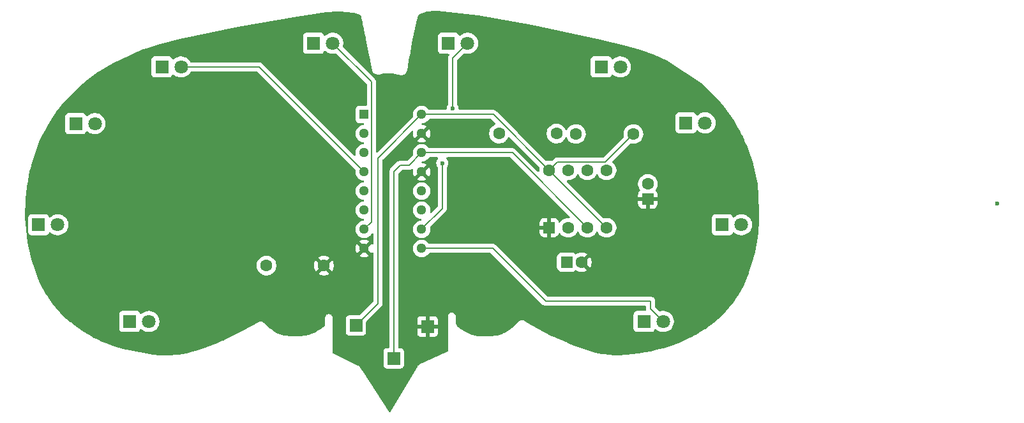
<source format=gbr>
%TF.GenerationSoftware,KiCad,Pcbnew,9.0.6*%
%TF.CreationDate,2026-01-05T01:28:45+00:00*%
%TF.ProjectId,BLINKER,424c494e-4b45-4522-9e6b-696361645f70,rev?*%
%TF.SameCoordinates,Original*%
%TF.FileFunction,Copper,L2,Bot*%
%TF.FilePolarity,Positive*%
%FSLAX46Y46*%
G04 Gerber Fmt 4.6, Leading zero omitted, Abs format (unit mm)*
G04 Created by KiCad (PCBNEW 9.0.6) date 2026-01-05 01:28:45*
%MOMM*%
%LPD*%
G01*
G04 APERTURE LIST*
G04 Aperture macros list*
%AMRoundRect*
0 Rectangle with rounded corners*
0 $1 Rounding radius*
0 $2 $3 $4 $5 $6 $7 $8 $9 X,Y pos of 4 corners*
0 Add a 4 corners polygon primitive as box body*
4,1,4,$2,$3,$4,$5,$6,$7,$8,$9,$2,$3,0*
0 Add four circle primitives for the rounded corners*
1,1,$1+$1,$2,$3*
1,1,$1+$1,$4,$5*
1,1,$1+$1,$6,$7*
1,1,$1+$1,$8,$9*
0 Add four rect primitives between the rounded corners*
20,1,$1+$1,$2,$3,$4,$5,0*
20,1,$1+$1,$4,$5,$6,$7,0*
20,1,$1+$1,$6,$7,$8,$9,0*
20,1,$1+$1,$8,$9,$2,$3,0*%
G04 Aperture macros list end*
%TA.AperFunction,ComponentPad*%
%ADD10RoundRect,0.250000X0.550000X-0.550000X0.550000X0.550000X-0.550000X0.550000X-0.550000X-0.550000X0*%
%TD*%
%TA.AperFunction,ComponentPad*%
%ADD11C,1.600000*%
%TD*%
%TA.AperFunction,ComponentPad*%
%ADD12C,1.800000*%
%TD*%
%TA.AperFunction,ComponentPad*%
%ADD13R,1.800000X1.800000*%
%TD*%
%TA.AperFunction,ComponentPad*%
%ADD14RoundRect,0.250000X-0.550000X-0.550000X0.550000X-0.550000X0.550000X0.550000X-0.550000X0.550000X0*%
%TD*%
%TA.AperFunction,ComponentPad*%
%ADD15R,1.700000X1.700000*%
%TD*%
%TA.AperFunction,ComponentPad*%
%ADD16R,1.295400X1.295400*%
%TD*%
%TA.AperFunction,ComponentPad*%
%ADD17C,1.295400*%
%TD*%
%TA.AperFunction,ViaPad*%
%ADD18C,0.600000*%
%TD*%
%TA.AperFunction,Conductor*%
%ADD19C,0.200000*%
%TD*%
G04 APERTURE END LIST*
D10*
%TO.P,U1,1,GND*%
%TO.N,GND*%
X143865600Y-53030200D03*
D11*
%TO.P,U1,2,TR*%
%TO.N,TR*%
X146405600Y-53030200D03*
%TO.P,U1,3,Q*%
%TO.N,OUT*%
X148945600Y-53030200D03*
%TO.P,U1,4,R*%
%TO.N,+5V*%
X151485600Y-53030200D03*
%TO.P,U1,5,CV*%
%TO.N,Net-(U1-CV)*%
X151485600Y-45410200D03*
%TO.P,U1,6,THR*%
%TO.N,TR*%
X148945600Y-45410200D03*
%TO.P,U1,7,DIS*%
%TO.N,Net-(U1-DIS)*%
X146405600Y-45410200D03*
%TO.P,U1,8,VCC*%
%TO.N,+5V*%
X143865600Y-45410200D03*
%TD*%
%TO.P,R4,2*%
%TO.N,GND*%
X113995200Y-58064400D03*
%TO.P,R4,1*%
%TO.N,Net-(D1-K)*%
X106375200Y-58064400D03*
%TD*%
D12*
%TO.P,D9,2,A*%
%TO.N,Net-(D9-A)*%
X159004000Y-65481200D03*
D13*
%TO.P,D9,1,K*%
%TO.N,Net-(D1-K)*%
X156464000Y-65481200D03*
%TD*%
D12*
%TO.P,D6,2,A*%
%TO.N,Net-(D6-A)*%
X153314400Y-31699200D03*
D13*
%TO.P,D6,1,K*%
%TO.N,Net-(D1-K)*%
X150774400Y-31699200D03*
%TD*%
D12*
%TO.P,D3,2,A*%
%TO.N,Net-(D3-A)*%
X95046800Y-31699200D03*
D13*
%TO.P,D3,1,K*%
%TO.N,Net-(D1-K)*%
X92506800Y-31699200D03*
%TD*%
D12*
%TO.P,D4,2,A*%
%TO.N,Net-(D4-A)*%
X115163600Y-28549600D03*
D13*
%TO.P,D4,1,K*%
%TO.N,Net-(D1-K)*%
X112623600Y-28549600D03*
%TD*%
D11*
%TO.P,C4,2*%
%TO.N,Net-(U1-CV)*%
X156953200Y-47225200D03*
D10*
%TO.P,C4,1*%
%TO.N,GND*%
X156953200Y-49225200D03*
%TD*%
D11*
%TO.P,C3,2*%
%TO.N,GND*%
X148192313Y-57607200D03*
D14*
%TO.P,C3,1*%
%TO.N,TR*%
X146192313Y-57607200D03*
%TD*%
D11*
%TO.P,RV1,2,2*%
%TO.N,Net-(U1-DIS)*%
X144830800Y-40538400D03*
%TO.P,RV1,1,1*%
X137210800Y-40538400D03*
%TD*%
%TO.P,R1,2*%
%TO.N,Net-(U1-DIS)*%
X147421600Y-40589200D03*
%TO.P,R1,1*%
%TO.N,+5V*%
X155041600Y-40589200D03*
%TD*%
D13*
%TO.P,D2,1,K*%
%TO.N,Net-(D1-K)*%
X81076800Y-39217600D03*
D12*
%TO.P,D2,2,A*%
%TO.N,Net-(D2-A)*%
X83616800Y-39217600D03*
%TD*%
D13*
%TO.P,D5,1,K*%
%TO.N,Net-(D1-K)*%
X130505200Y-28549600D03*
D12*
%TO.P,D5,2,A*%
%TO.N,Net-(D5-A)*%
X133045200Y-28549600D03*
%TD*%
D15*
%TO.P,TP2,1,1*%
%TO.N,GND*%
X127740000Y-66140000D03*
%TD*%
D13*
%TO.P,D1,1,K*%
%TO.N,Net-(D1-K)*%
X76149200Y-52628800D03*
D12*
%TO.P,D1,2,A*%
%TO.N,Net-(D1-A)*%
X78689200Y-52628800D03*
%TD*%
D13*
%TO.P,D7,1,K*%
%TO.N,Net-(D1-K)*%
X162001200Y-39116000D03*
D12*
%TO.P,D7,2,A*%
%TO.N,Net-(D7-A)*%
X164541200Y-39116000D03*
%TD*%
D13*
%TO.P,D8,1,K*%
%TO.N,Net-(D1-K)*%
X166827200Y-52628800D03*
D12*
%TO.P,D8,2,A*%
%TO.N,Net-(D8-A)*%
X169367200Y-52628800D03*
%TD*%
D13*
%TO.P,D10,1,K*%
%TO.N,Net-(D1-K)*%
X88239600Y-65481200D03*
D12*
%TO.P,D10,2,A*%
%TO.N,Net-(D10-A)*%
X90779600Y-65481200D03*
%TD*%
D15*
%TO.P,TP1,1,1*%
%TO.N,+5V*%
X118240000Y-66010000D03*
%TD*%
D16*
%TO.P,U2,1,Q5*%
%TO.N,Net-(D6-A)*%
X119329200Y-37998400D03*
D17*
%TO.P,U2,2,Q1*%
%TO.N,Net-(D2-A)*%
X119329200Y-40538400D03*
%TO.P,U2,3,Q0*%
%TO.N,Net-(D1-A)*%
X119329200Y-43078400D03*
%TO.P,U2,4,Q2*%
%TO.N,Net-(D3-A)*%
X119329200Y-45618400D03*
%TO.P,U2,5,Q6*%
%TO.N,Net-(D7-A)*%
X119329200Y-48158400D03*
%TO.P,U2,6,Q7*%
%TO.N,Net-(D8-A)*%
X119329200Y-50698400D03*
%TO.P,U2,7,Q3*%
%TO.N,Net-(D4-A)*%
X119329200Y-53238400D03*
%TO.P,U2,8,VSS*%
%TO.N,GND*%
X119329200Y-55778400D03*
%TO.P,U2,9,Q8*%
%TO.N,Net-(D9-A)*%
X126949200Y-55778400D03*
%TO.P,U2,10,Q4*%
%TO.N,Net-(D5-A)*%
X126949200Y-53238400D03*
%TO.P,U2,11,Q9*%
%TO.N,Net-(D10-A)*%
X126949200Y-50698400D03*
%TO.P,U2,12,Cout*%
%TO.N,unconnected-(U2-Cout-Pad12)*%
X126949200Y-48158400D03*
%TO.P,U2,13,CKEN*%
%TO.N,GND*%
X126949200Y-45618400D03*
%TO.P,U2,14,CLK*%
%TO.N,OUT*%
X126949200Y-43078400D03*
%TO.P,U2,15,Reset*%
%TO.N,GND*%
X126949200Y-40538400D03*
%TO.P,U2,16,VDD*%
%TO.N,+5V*%
X126949200Y-37998400D03*
%TD*%
D15*
%TO.P,TP3,1,1*%
%TO.N,OUT*%
X123250000Y-70360000D03*
%TD*%
D18*
%TO.N,*%
X203320000Y-49800000D03*
%TO.N,GND*%
X124790000Y-48260000D03*
X78530000Y-40160000D03*
X86070000Y-32290000D03*
X83630000Y-33950000D03*
X97280000Y-36060000D03*
X137880000Y-33170000D03*
X109480000Y-32840000D03*
X105260000Y-35610000D03*
%TO.N,Net-(D5-A)*%
X129692400Y-44450000D03*
X131064000Y-37185600D03*
%TD*%
D19*
%TO.N,Net-(D5-A)*%
X129692400Y-50495200D02*
X126949200Y-53238400D01*
X129692400Y-44450000D02*
X129692400Y-50495200D01*
X131064000Y-30530800D02*
X131064000Y-37185600D01*
X133045200Y-28549600D02*
X131064000Y-30530800D01*
%TO.N,Net-(D4-A)*%
X120277900Y-52289700D02*
X119329200Y-53238400D01*
X120277900Y-33663900D02*
X120277900Y-52289700D01*
X115163600Y-28549600D02*
X120277900Y-33663900D01*
%TO.N,OUT*%
X138993800Y-43078400D02*
X126949200Y-43078400D01*
X148945600Y-53030200D02*
X138993800Y-43078400D01*
%TO.N,+5V*%
X136453800Y-37998400D02*
X143865600Y-45410200D01*
X126949200Y-37998400D02*
X136453800Y-37998400D01*
X151321600Y-44309200D02*
X155041600Y-40589200D01*
X144966600Y-44309200D02*
X151321600Y-44309200D01*
X143865600Y-45410200D02*
X144966600Y-44309200D01*
X151485600Y-53030200D02*
X143865600Y-45410200D01*
%TO.N,Net-(D9-A)*%
X157327600Y-63804800D02*
X159004000Y-65481200D01*
X157327600Y-62788800D02*
X157327600Y-63804800D01*
X126949200Y-55778400D02*
X136398000Y-55778400D01*
X136398000Y-55778400D02*
X143408400Y-62788800D01*
X143408400Y-62788800D02*
X157327600Y-62788800D01*
%TO.N,OUT*%
X124104400Y-44754800D02*
X125272800Y-44754800D01*
X123250000Y-45609200D02*
X124104400Y-44754800D01*
X123250000Y-70360000D02*
X123250000Y-45609200D01*
X125272800Y-44754800D02*
X126949200Y-43078400D01*
%TO.N,+5V*%
X121158000Y-63092000D02*
X121158000Y-43789600D01*
X121158000Y-43789600D02*
X126949200Y-37998400D01*
X118240000Y-66010000D02*
X121158000Y-63092000D01*
%TO.N,Net-(D3-A)*%
X105410000Y-31699200D02*
X119329200Y-45618400D01*
X95046800Y-31699200D02*
X105410000Y-31699200D01*
%TD*%
%TA.AperFunction,Conductor*%
%TO.N,GND*%
G36*
X129097422Y-24255504D02*
G01*
X129105936Y-24256122D01*
X134436264Y-24829542D01*
X134445012Y-24830800D01*
X141560984Y-26114649D01*
X141564657Y-26115369D01*
X150586249Y-28029222D01*
X150589329Y-28029917D01*
X153748376Y-28786050D01*
X153753480Y-28787388D01*
X155983386Y-29423214D01*
X155991821Y-29425949D01*
X157793415Y-30082645D01*
X157802637Y-30086435D01*
X159488893Y-30859956D01*
X159505431Y-30869128D01*
X164000611Y-33831878D01*
X164013386Y-33841537D01*
X164550009Y-34304640D01*
X164553232Y-34307521D01*
X165095487Y-34809506D01*
X165098608Y-34812498D01*
X165623017Y-35333063D01*
X165626022Y-35336151D01*
X166050132Y-35787574D01*
X166132021Y-35874736D01*
X166134913Y-35877925D01*
X166412245Y-36194546D01*
X166621782Y-36433767D01*
X166624561Y-36437052D01*
X167078396Y-36993154D01*
X167091808Y-37009588D01*
X167094480Y-37012982D01*
X167477999Y-37517880D01*
X167541259Y-37601160D01*
X167543815Y-37604649D01*
X167566476Y-37636752D01*
X167968681Y-38206522D01*
X167971121Y-38210110D01*
X168374487Y-38826202D01*
X168376800Y-38829873D01*
X168758384Y-39459737D01*
X168760567Y-39463488D01*
X169119852Y-40106272D01*
X169121903Y-40110096D01*
X169226591Y-40313815D01*
X169365236Y-40583614D01*
X169458506Y-40765113D01*
X169460419Y-40769004D01*
X169748325Y-41381037D01*
X169773878Y-41435356D01*
X169775649Y-41439298D01*
X169881579Y-41686600D01*
X170065625Y-42116272D01*
X170067210Y-42120152D01*
X170341232Y-42824773D01*
X170342636Y-42828564D01*
X170593567Y-43541801D01*
X170594846Y-43545635D01*
X170822390Y-44266644D01*
X170823544Y-44270518D01*
X171027481Y-44998612D01*
X171028507Y-45002522D01*
X171208587Y-45736802D01*
X171209486Y-45740742D01*
X171365549Y-46480547D01*
X171366319Y-46484515D01*
X171498165Y-47228895D01*
X171498854Y-47233233D01*
X171571711Y-47750671D01*
X171572282Y-47755380D01*
X171625280Y-48275079D01*
X171625671Y-48279806D01*
X171658548Y-48797889D01*
X171658769Y-48803107D01*
X171705840Y-51017572D01*
X171705830Y-51023288D01*
X171669234Y-52495535D01*
X171668891Y-52509330D01*
X171667365Y-52514986D01*
X171667257Y-52575061D01*
X171667221Y-52576512D01*
X171665634Y-52640394D01*
X171665852Y-52645563D01*
X171655112Y-53144383D01*
X171654910Y-53149274D01*
X171620696Y-53709397D01*
X171620302Y-53714276D01*
X171564002Y-54272678D01*
X171563414Y-54277538D01*
X171485054Y-54833747D01*
X171484387Y-54837960D01*
X171401344Y-55309380D01*
X171400660Y-55312954D01*
X171303718Y-55782235D01*
X171302930Y-55785787D01*
X171193350Y-56247437D01*
X171192104Y-56252254D01*
X170715152Y-57954530D01*
X170713298Y-57960552D01*
X170368005Y-58988709D01*
X170363376Y-59002491D01*
X170359955Y-59007945D01*
X170342476Y-59064720D01*
X170341958Y-59066265D01*
X170341959Y-59066265D01*
X170322080Y-59125460D01*
X170320407Y-59131841D01*
X170200080Y-59495465D01*
X170198346Y-59500359D01*
X170041127Y-59916226D01*
X170039190Y-59921043D01*
X169864706Y-60329952D01*
X169862569Y-60334684D01*
X169671206Y-60735750D01*
X169668693Y-60740724D01*
X169343186Y-61350787D01*
X169340259Y-61355970D01*
X168985964Y-61949520D01*
X168982791Y-61954557D01*
X168600411Y-62530432D01*
X168597001Y-62535310D01*
X168197227Y-63078845D01*
X168187445Y-63092144D01*
X168183804Y-63096853D01*
X167747971Y-63633423D01*
X167744108Y-63637952D01*
X167282956Y-64153069D01*
X167279051Y-64157234D01*
X166778514Y-64667045D01*
X166774601Y-64670859D01*
X166251981Y-65158221D01*
X166247903Y-65161859D01*
X165704331Y-65625709D01*
X165700097Y-65629164D01*
X165136608Y-66068620D01*
X165132226Y-66071885D01*
X164549907Y-66486097D01*
X164545385Y-66489165D01*
X163945630Y-66877157D01*
X163941142Y-66879927D01*
X163282933Y-67267060D01*
X163278499Y-67269547D01*
X162605214Y-67629250D01*
X162600683Y-67631553D01*
X161913194Y-67963374D01*
X161908571Y-67965489D01*
X161208100Y-68268837D01*
X161203396Y-68270761D01*
X160491054Y-68545157D01*
X160486274Y-68546887D01*
X159763043Y-68791938D01*
X159758685Y-68793325D01*
X158963767Y-69030373D01*
X158959856Y-69031470D01*
X158157326Y-69242422D01*
X158153380Y-69243390D01*
X157344420Y-69427930D01*
X157340446Y-69428769D01*
X156525822Y-69586722D01*
X156521821Y-69587430D01*
X155702468Y-69718610D01*
X155698447Y-69719186D01*
X154878964Y-69822986D01*
X154874053Y-69823509D01*
X154050456Y-69894649D01*
X154045315Y-69894986D01*
X153143988Y-69935221D01*
X153139467Y-69935340D01*
X152313284Y-69942064D01*
X152302013Y-69941643D01*
X152226112Y-69935340D01*
X152127609Y-69927160D01*
X150787808Y-69815899D01*
X150765763Y-69812041D01*
X149678719Y-69518688D01*
X149671092Y-69516365D01*
X146972724Y-68598462D01*
X146963500Y-68594908D01*
X146416227Y-68358587D01*
X146416227Y-68358586D01*
X146404263Y-68353420D01*
X146400113Y-68350272D01*
X146343848Y-68327333D01*
X146323068Y-68318360D01*
X146288070Y-68303247D01*
X146283780Y-68302029D01*
X146270844Y-68297570D01*
X144241276Y-67470130D01*
X144228021Y-67463786D01*
X141585862Y-66000767D01*
X141581956Y-65998510D01*
X140520068Y-65358978D01*
X140518705Y-65358157D01*
X140468482Y-65326148D01*
X140462340Y-65324210D01*
X140456819Y-65320885D01*
X140456816Y-65320884D01*
X140401121Y-65304851D01*
X140398117Y-65303945D01*
X140342808Y-65286495D01*
X140336525Y-65285385D01*
X140330174Y-65284429D01*
X140272210Y-65283357D01*
X140269074Y-65283259D01*
X140211144Y-65280719D01*
X140204804Y-65281272D01*
X140198416Y-65281993D01*
X140142139Y-65295963D01*
X140139083Y-65296680D01*
X140082483Y-65309217D01*
X140076436Y-65311416D01*
X140070511Y-65313744D01*
X140019765Y-65341803D01*
X140019766Y-65341804D01*
X140018370Y-65342575D01*
X139965575Y-65370046D01*
X139960822Y-65374398D01*
X139955184Y-65377517D01*
X139955182Y-65377519D01*
X139913430Y-65417754D01*
X139911141Y-65419904D01*
X139241549Y-66033228D01*
X139194073Y-66076714D01*
X139191815Y-66078732D01*
X138918013Y-66317496D01*
X138913355Y-66321362D01*
X138629401Y-66545551D01*
X138624569Y-66549178D01*
X138590404Y-66573543D01*
X138330718Y-66758736D01*
X138324106Y-66763138D01*
X138082460Y-66913099D01*
X138073898Y-66917953D01*
X137821913Y-67047868D01*
X137812994Y-67052027D01*
X137551564Y-67161523D01*
X137542503Y-67164909D01*
X137264119Y-67256733D01*
X137254984Y-67259363D01*
X136970422Y-67329584D01*
X136961114Y-67331505D01*
X136671031Y-67379887D01*
X136663721Y-67380884D01*
X136276495Y-67421991D01*
X136271268Y-67422434D01*
X135881640Y-67447190D01*
X135876398Y-67447412D01*
X135488926Y-67455603D01*
X135483492Y-67455599D01*
X134830102Y-67440771D01*
X134830102Y-67440770D01*
X134816407Y-67440459D01*
X134810838Y-67438968D01*
X134750623Y-67438968D01*
X134747171Y-67438889D01*
X134733344Y-67438576D01*
X134732044Y-67438540D01*
X134524533Y-67431654D01*
X134516323Y-67431108D01*
X134300990Y-67409602D01*
X134292833Y-67408513D01*
X134079268Y-67372750D01*
X134071480Y-67371188D01*
X133934574Y-67339134D01*
X133927180Y-67337160D01*
X133792398Y-67296687D01*
X133785139Y-67294261D01*
X133652098Y-67245177D01*
X133646806Y-67243085D01*
X133454108Y-67161762D01*
X133450695Y-67160261D01*
X133259550Y-67072734D01*
X133256186Y-67071132D01*
X133075251Y-66981608D01*
X133069374Y-66978501D01*
X132944016Y-66907873D01*
X132172471Y-66473175D01*
X132159944Y-66464144D01*
X132159776Y-66464388D01*
X132153093Y-66459763D01*
X132153091Y-66459762D01*
X132153088Y-66459760D01*
X132153086Y-66459759D01*
X132105229Y-66435183D01*
X132101013Y-66432915D01*
X132099880Y-66432277D01*
X132080092Y-66421128D01*
X132077913Y-66419871D01*
X131974446Y-66358705D01*
X131962224Y-66350462D01*
X131857337Y-66270251D01*
X131846191Y-66260625D01*
X131751558Y-66168525D01*
X131741627Y-66157639D01*
X131659510Y-66056090D01*
X131649572Y-66041868D01*
X131592206Y-65946145D01*
X131583362Y-65928267D01*
X131542599Y-65825875D01*
X131536736Y-65806813D01*
X131522026Y-65740364D01*
X131512126Y-65695643D01*
X131510008Y-65683011D01*
X131509415Y-65677853D01*
X131476244Y-65389283D01*
X131475727Y-65383643D01*
X131472849Y-65341804D01*
X131455190Y-65085051D01*
X131454931Y-65079388D01*
X131454929Y-65079319D01*
X131448046Y-64778765D01*
X131448015Y-64775926D01*
X131448015Y-64747174D01*
X131448016Y-64711437D01*
X131413908Y-64584143D01*
X131348016Y-64470015D01*
X131254830Y-64376829D01*
X131189073Y-64338864D01*
X131140703Y-64310937D01*
X131077055Y-64293883D01*
X131013408Y-64276829D01*
X131013404Y-64276829D01*
X130881620Y-64276829D01*
X130754326Y-64310938D01*
X130754324Y-64310938D01*
X130754324Y-64310939D01*
X130640196Y-64376831D01*
X130547012Y-64470016D01*
X130481120Y-64584146D01*
X130481119Y-64584146D01*
X130447014Y-64711437D01*
X130447014Y-64792534D01*
X130447009Y-64952773D01*
X130447014Y-64952898D01*
X130447014Y-69380389D01*
X130427329Y-69447428D01*
X130374969Y-69492980D01*
X126686281Y-71195113D01*
X126664843Y-71202708D01*
X126656737Y-71204766D01*
X126656729Y-71204769D01*
X126620526Y-71225038D01*
X126611910Y-71229430D01*
X126574224Y-71246821D01*
X126574221Y-71246823D01*
X126567782Y-71252182D01*
X126549056Y-71265056D01*
X126541748Y-71269148D01*
X126541741Y-71269153D01*
X126512008Y-71298112D01*
X126508535Y-71301493D01*
X126472933Y-71331127D01*
X126461522Y-71347283D01*
X126453339Y-71355254D01*
X126453340Y-71355254D01*
X126447345Y-71361092D01*
X126447339Y-71361100D01*
X126426106Y-71396781D01*
X126423630Y-71400940D01*
X126396913Y-71438775D01*
X126390074Y-71457329D01*
X126384234Y-71467144D01*
X126384233Y-71467148D01*
X122823764Y-77450494D01*
X122772565Y-77498039D01*
X122703790Y-77510356D01*
X122639273Y-77483536D01*
X122613165Y-77454553D01*
X119188037Y-72172920D01*
X118798813Y-71572726D01*
X118792081Y-71560988D01*
X118789716Y-71556288D01*
X118789714Y-71556282D01*
X118789710Y-71556276D01*
X118756478Y-71507391D01*
X118755711Y-71506263D01*
X118722834Y-71455565D01*
X118718730Y-71451865D01*
X118715625Y-71447297D01*
X118715622Y-71447294D01*
X118715620Y-71447292D01*
X118670882Y-71408686D01*
X118668862Y-71406905D01*
X118624956Y-71367321D01*
X118620604Y-71364326D01*
X118620568Y-71364301D01*
X118620319Y-71364129D01*
X118620263Y-71364097D01*
X118615853Y-71361201D01*
X118562665Y-71335498D01*
X118560255Y-71334301D01*
X118507573Y-71307417D01*
X118502598Y-71305652D01*
X118490109Y-71300437D01*
X115219262Y-69719834D01*
X115167465Y-69672942D01*
X115149214Y-69608187D01*
X115149214Y-65000903D01*
X115150331Y-64939579D01*
X115149214Y-64935084D01*
X115149214Y-64930453D01*
X115133626Y-64872279D01*
X115133071Y-64870129D01*
X115118547Y-64811685D01*
X115118542Y-64811676D01*
X115117480Y-64808974D01*
X115117476Y-64808962D01*
X115116445Y-64806339D01*
X115116438Y-64806322D01*
X115116397Y-64806219D01*
X115116225Y-64805861D01*
X115115105Y-64803156D01*
X115099383Y-64775926D01*
X115084433Y-64750032D01*
X115054744Y-64696376D01*
X115051534Y-64693047D01*
X115049216Y-64689032D01*
X115049213Y-64689029D01*
X115006643Y-64646460D01*
X115005112Y-64644902D01*
X114963271Y-64601508D01*
X114963268Y-64601506D01*
X114963267Y-64601505D01*
X114960969Y-64599674D01*
X114958815Y-64597958D01*
X114958699Y-64597866D01*
X114958356Y-64597632D01*
X114956031Y-64595848D01*
X114956028Y-64595845D01*
X114903886Y-64565740D01*
X114901970Y-64564611D01*
X114850355Y-64533545D01*
X114847678Y-64532378D01*
X114847678Y-64532379D01*
X114845123Y-64531266D01*
X114845122Y-64531265D01*
X114845002Y-64531213D01*
X114844620Y-64531079D01*
X114841905Y-64529954D01*
X114783702Y-64514359D01*
X114783702Y-64514358D01*
X114782598Y-64514062D01*
X114723710Y-64497128D01*
X114719079Y-64497043D01*
X114714606Y-64495845D01*
X114653272Y-64495845D01*
X114591948Y-64494728D01*
X114587453Y-64495845D01*
X114582822Y-64495845D01*
X114582819Y-64495845D01*
X114524684Y-64511421D01*
X114522502Y-64511985D01*
X114464050Y-64526512D01*
X114461304Y-64527592D01*
X114461303Y-64527593D01*
X114458715Y-64528610D01*
X114458713Y-64528610D01*
X114458632Y-64528642D01*
X114458264Y-64528819D01*
X114455527Y-64529952D01*
X114403350Y-64560076D01*
X114402356Y-64560649D01*
X114348745Y-64590315D01*
X114345412Y-64593527D01*
X114341399Y-64595845D01*
X114298828Y-64638414D01*
X114298829Y-64638415D01*
X114298027Y-64639217D01*
X114253877Y-64681788D01*
X114251488Y-64685756D01*
X114248214Y-64689030D01*
X114218121Y-64741152D01*
X114216977Y-64743092D01*
X114185915Y-64794701D01*
X114184738Y-64797403D01*
X114184731Y-64797420D01*
X114183667Y-64799860D01*
X114183649Y-64799903D01*
X114183584Y-64800050D01*
X114183453Y-64800426D01*
X114182322Y-64803157D01*
X114166737Y-64861314D01*
X114166738Y-64861315D01*
X114166431Y-64862458D01*
X114149497Y-64921349D01*
X114149412Y-64925979D01*
X114148214Y-64930453D01*
X114148214Y-64930455D01*
X114148214Y-64990681D01*
X114148193Y-64992939D01*
X114136667Y-65625709D01*
X114135798Y-65673390D01*
X114134603Y-65677853D01*
X114134600Y-65739154D01*
X114134579Y-65740307D01*
X114134579Y-65740364D01*
X114134504Y-65744433D01*
X114134372Y-65748304D01*
X114130075Y-65834757D01*
X114128856Y-65846997D01*
X114116251Y-65931024D01*
X114113825Y-65943083D01*
X114093312Y-66024045D01*
X114088588Y-66038765D01*
X114086082Y-66045171D01*
X114077981Y-66062014D01*
X114075308Y-66066642D01*
X114064780Y-66082059D01*
X114059914Y-66088145D01*
X114050846Y-66098292D01*
X113991349Y-66157924D01*
X113985093Y-66163775D01*
X113926128Y-66215225D01*
X113919822Y-66220727D01*
X113913175Y-66226134D01*
X113843349Y-66279032D01*
X113838266Y-66282684D01*
X113526503Y-66494988D01*
X113523202Y-66497160D01*
X113204016Y-66699941D01*
X113200647Y-66702007D01*
X112876193Y-66893904D01*
X112870718Y-66896958D01*
X112637341Y-67019510D01*
X112629610Y-67023234D01*
X112389411Y-67128870D01*
X112381442Y-67132050D01*
X112134390Y-67220867D01*
X112126200Y-67223495D01*
X111874915Y-67294595D01*
X111866539Y-67296653D01*
X111610788Y-67350141D01*
X111602291Y-67351612D01*
X111342155Y-67387371D01*
X111335871Y-67388072D01*
X110963823Y-67420002D01*
X110959808Y-67420281D01*
X110585615Y-67440191D01*
X110581593Y-67440339D01*
X110207037Y-67448091D01*
X110202776Y-67448106D01*
X109807488Y-67442702D01*
X109802991Y-67442559D01*
X109408209Y-67422820D01*
X109403720Y-67422514D01*
X109011177Y-67388576D01*
X109004022Y-67387748D01*
X108736245Y-67348826D01*
X108726499Y-67347009D01*
X108463958Y-67287109D01*
X108454415Y-67284526D01*
X108197660Y-67203894D01*
X108188142Y-67200473D01*
X107947549Y-67102734D01*
X107938165Y-67098459D01*
X107706660Y-66981135D01*
X107697668Y-66976097D01*
X107534079Y-66875291D01*
X107475658Y-66839291D01*
X107469170Y-66835007D01*
X107193090Y-66640000D01*
X107171537Y-66624776D01*
X107167373Y-66621701D01*
X106877854Y-66398303D01*
X106873802Y-66395037D01*
X106592957Y-66158765D01*
X106590972Y-66157058D01*
X106022525Y-65657956D01*
X105958550Y-65601785D01*
X105926743Y-65568961D01*
X105909218Y-65558471D01*
X105893870Y-65544996D01*
X105876020Y-65536180D01*
X105857368Y-65526968D01*
X105852877Y-65524750D01*
X105813666Y-65501281D01*
X105794028Y-65495686D01*
X105783928Y-65490698D01*
X105783925Y-65490697D01*
X105775709Y-65486639D01*
X105735778Y-65478672D01*
X105730871Y-65477693D01*
X105686924Y-65465173D01*
X105666509Y-65464851D01*
X105655468Y-65462648D01*
X105655466Y-65462648D01*
X105646476Y-65460855D01*
X105646472Y-65460854D01*
X105605852Y-65463493D01*
X105595868Y-65463739D01*
X105558616Y-65463153D01*
X105555157Y-65463099D01*
X105555156Y-65463099D01*
X105555154Y-65463099D01*
X105555149Y-65463100D01*
X105546271Y-65465328D01*
X105546272Y-65465329D01*
X105535345Y-65468073D01*
X105514966Y-65469398D01*
X105471693Y-65484058D01*
X105466837Y-65485278D01*
X105466826Y-65485282D01*
X105427343Y-65495198D01*
X105427337Y-65495200D01*
X105419325Y-65499659D01*
X105409489Y-65505132D01*
X105390152Y-65511685D01*
X105352146Y-65537046D01*
X105347776Y-65539479D01*
X105347768Y-65539485D01*
X103330256Y-66662331D01*
X103326060Y-66664562D01*
X100914139Y-67888321D01*
X100904911Y-67892537D01*
X100637755Y-68001631D01*
X100637755Y-68001632D01*
X100625182Y-68006766D01*
X100614290Y-68008630D01*
X100564363Y-68031601D01*
X100561862Y-68032623D01*
X100561860Y-68032623D01*
X100513411Y-68052407D01*
X100506355Y-68056435D01*
X100506006Y-68055824D01*
X100494164Y-68062806D01*
X99859100Y-68343485D01*
X99855661Y-68344943D01*
X99153145Y-68630464D01*
X99149664Y-68631818D01*
X98438842Y-68896062D01*
X98435322Y-68897310D01*
X97716896Y-69140015D01*
X97713340Y-69141157D01*
X96987931Y-69362116D01*
X96984342Y-69363151D01*
X96252867Y-69562091D01*
X96248940Y-69563090D01*
X95757536Y-69679633D01*
X95753266Y-69680567D01*
X95258303Y-69779671D01*
X95254002Y-69780453D01*
X94755922Y-69862039D01*
X94751598Y-69862670D01*
X94455205Y-69900549D01*
X94251311Y-69926607D01*
X94246101Y-69927160D01*
X93759188Y-69968465D01*
X93753034Y-69968833D01*
X93265124Y-69985871D01*
X93258959Y-69985933D01*
X92770808Y-69978696D01*
X92764648Y-69978452D01*
X92277027Y-69946935D01*
X92272107Y-69946518D01*
X91387933Y-69853900D01*
X91384250Y-69853459D01*
X90502771Y-69734377D01*
X90499104Y-69733825D01*
X89621487Y-69588418D01*
X89617849Y-69587760D01*
X88705826Y-69408572D01*
X88702223Y-69407808D01*
X87795815Y-69201583D01*
X87792235Y-69200713D01*
X87382809Y-69094677D01*
X86892338Y-68967651D01*
X86888585Y-68966615D01*
X86787549Y-68937011D01*
X86313504Y-68798113D01*
X86309536Y-68796878D01*
X85740473Y-68609217D01*
X85736550Y-68607850D01*
X85174112Y-68401235D01*
X85170235Y-68399737D01*
X84615344Y-68174516D01*
X84611038Y-68172672D01*
X83966025Y-67882036D01*
X83961319Y-67879796D01*
X83329376Y-67562452D01*
X83324768Y-67560015D01*
X82706754Y-67216410D01*
X82702252Y-67213782D01*
X82277453Y-66953649D01*
X82099052Y-66844402D01*
X82094634Y-66841565D01*
X81512303Y-66450051D01*
X81507957Y-66446992D01*
X80942809Y-66030792D01*
X80938598Y-66027550D01*
X80391774Y-65587494D01*
X80387707Y-65584074D01*
X79860423Y-65121152D01*
X79856466Y-65117523D01*
X79359659Y-64641736D01*
X79355828Y-64637903D01*
X79334616Y-64615732D01*
X79334612Y-64615729D01*
X79255781Y-64533335D01*
X86839100Y-64533335D01*
X86839100Y-66429070D01*
X86839101Y-66429076D01*
X86845508Y-66488683D01*
X86895802Y-66623528D01*
X86895806Y-66623535D01*
X86982052Y-66738744D01*
X86982055Y-66738747D01*
X87097264Y-66824993D01*
X87097271Y-66824997D01*
X87232117Y-66875291D01*
X87232116Y-66875291D01*
X87239044Y-66876035D01*
X87291727Y-66881700D01*
X89187472Y-66881699D01*
X89247083Y-66875291D01*
X89381931Y-66824996D01*
X89497146Y-66738746D01*
X89583396Y-66623531D01*
X89611029Y-66549443D01*
X89613201Y-66543620D01*
X89655071Y-66487686D01*
X89720536Y-66463268D01*
X89788809Y-66478119D01*
X89817064Y-66499271D01*
X89867236Y-66549443D01*
X89867241Y-66549447D01*
X89968862Y-66623278D01*
X90045578Y-66679015D01*
X90173975Y-66744437D01*
X90241993Y-66779095D01*
X90241996Y-66779096D01*
X90337074Y-66809988D01*
X90451649Y-66847215D01*
X90669378Y-66881700D01*
X90669379Y-66881700D01*
X90889821Y-66881700D01*
X90889822Y-66881700D01*
X91107551Y-66847215D01*
X91317206Y-66779095D01*
X91513622Y-66679015D01*
X91691965Y-66549442D01*
X91847842Y-66393565D01*
X91977415Y-66215222D01*
X92077495Y-66018806D01*
X92145615Y-65809151D01*
X92180100Y-65591422D01*
X92180100Y-65370978D01*
X92145615Y-65153249D01*
X92080526Y-64952923D01*
X92077496Y-64943596D01*
X92077495Y-64943593D01*
X92035571Y-64861314D01*
X91977415Y-64747178D01*
X91951448Y-64711437D01*
X91847847Y-64568841D01*
X91847843Y-64568836D01*
X91691963Y-64412956D01*
X91691958Y-64412952D01*
X91513625Y-64283387D01*
X91513624Y-64283386D01*
X91513622Y-64283385D01*
X91396391Y-64223652D01*
X91317206Y-64183304D01*
X91317203Y-64183303D01*
X91107552Y-64115185D01*
X90998686Y-64097942D01*
X90889822Y-64080700D01*
X90669378Y-64080700D01*
X90596801Y-64092195D01*
X90451647Y-64115185D01*
X90241996Y-64183303D01*
X90241993Y-64183304D01*
X90045574Y-64283387D01*
X89867241Y-64412952D01*
X89867236Y-64412956D01*
X89817063Y-64463129D01*
X89755740Y-64496613D01*
X89686048Y-64491628D01*
X89630115Y-64449757D01*
X89613201Y-64418780D01*
X89583397Y-64338871D01*
X89583393Y-64338864D01*
X89497147Y-64223655D01*
X89497144Y-64223652D01*
X89381935Y-64137406D01*
X89381928Y-64137402D01*
X89247082Y-64087108D01*
X89247083Y-64087108D01*
X89187483Y-64080701D01*
X89187481Y-64080700D01*
X89187473Y-64080700D01*
X89187464Y-64080700D01*
X87291729Y-64080700D01*
X87291723Y-64080701D01*
X87232116Y-64087108D01*
X87097271Y-64137402D01*
X87097264Y-64137406D01*
X86982055Y-64223652D01*
X86982052Y-64223655D01*
X86895806Y-64338864D01*
X86895802Y-64338871D01*
X86845508Y-64473717D01*
X86839101Y-64533316D01*
X86839100Y-64533335D01*
X79255781Y-64533335D01*
X79016640Y-64283387D01*
X78880380Y-64140968D01*
X78876731Y-64136983D01*
X78865731Y-64124431D01*
X78527340Y-63738294D01*
X78423485Y-63619786D01*
X78420004Y-63615634D01*
X78063501Y-63171057D01*
X77989545Y-63078829D01*
X77986462Y-63074819D01*
X77671344Y-62647085D01*
X77668609Y-62643220D01*
X77369889Y-62203525D01*
X77367303Y-62199558D01*
X77212640Y-61952078D01*
X77085566Y-61748744D01*
X77083158Y-61744722D01*
X76818811Y-61283429D01*
X76816563Y-61279325D01*
X76570071Y-60808365D01*
X76567953Y-60804123D01*
X76238910Y-60112282D01*
X76236953Y-60107957D01*
X76154609Y-59916226D01*
X75934612Y-59403982D01*
X75932858Y-59399671D01*
X75657695Y-58684661D01*
X75656080Y-58680210D01*
X75651928Y-58668053D01*
X75410830Y-57962048D01*
X105074700Y-57962048D01*
X105074700Y-58166751D01*
X105106722Y-58368934D01*
X105169981Y-58563623D01*
X105215108Y-58652188D01*
X105262785Y-58745759D01*
X105262915Y-58746013D01*
X105383228Y-58911613D01*
X105527986Y-59056371D01*
X105631864Y-59131841D01*
X105693590Y-59176687D01*
X105809807Y-59235903D01*
X105875976Y-59269618D01*
X105875978Y-59269618D01*
X105875981Y-59269620D01*
X105980337Y-59303527D01*
X106070665Y-59332877D01*
X106171757Y-59348888D01*
X106272848Y-59364900D01*
X106272849Y-59364900D01*
X106477551Y-59364900D01*
X106477552Y-59364900D01*
X106679734Y-59332877D01*
X106874419Y-59269620D01*
X107056810Y-59176687D01*
X107149790Y-59109132D01*
X107222413Y-59056371D01*
X107222415Y-59056368D01*
X107222419Y-59056366D01*
X107367166Y-58911619D01*
X107367168Y-58911615D01*
X107367171Y-58911613D01*
X107419932Y-58838990D01*
X107487487Y-58746010D01*
X107580420Y-58563619D01*
X107643677Y-58368934D01*
X107675700Y-58166752D01*
X107675700Y-57962082D01*
X112695200Y-57962082D01*
X112695200Y-58166717D01*
X112727209Y-58368817D01*
X112790444Y-58563431D01*
X112883341Y-58745750D01*
X112883347Y-58745759D01*
X112915723Y-58790321D01*
X112915724Y-58790322D01*
X113595200Y-58110846D01*
X113595200Y-58117061D01*
X113622459Y-58218794D01*
X113675120Y-58310006D01*
X113749594Y-58384480D01*
X113840806Y-58437141D01*
X113942539Y-58464400D01*
X113948753Y-58464400D01*
X113269276Y-59143874D01*
X113313850Y-59176259D01*
X113496168Y-59269155D01*
X113690782Y-59332390D01*
X113892883Y-59364400D01*
X114097517Y-59364400D01*
X114299617Y-59332390D01*
X114494231Y-59269155D01*
X114676549Y-59176259D01*
X114721121Y-59143874D01*
X114041647Y-58464400D01*
X114047861Y-58464400D01*
X114149594Y-58437141D01*
X114240806Y-58384480D01*
X114315280Y-58310006D01*
X114367941Y-58218794D01*
X114395200Y-58117061D01*
X114395200Y-58110847D01*
X115074674Y-58790321D01*
X115107059Y-58745749D01*
X115199955Y-58563431D01*
X115263190Y-58368817D01*
X115295200Y-58166717D01*
X115295200Y-57962082D01*
X115263190Y-57759982D01*
X115199955Y-57565368D01*
X115107059Y-57383050D01*
X115074674Y-57338477D01*
X115074674Y-57338476D01*
X114395200Y-58017951D01*
X114395200Y-58011739D01*
X114367941Y-57910006D01*
X114315280Y-57818794D01*
X114240806Y-57744320D01*
X114149594Y-57691659D01*
X114047861Y-57664400D01*
X114041646Y-57664400D01*
X114721122Y-56984924D01*
X114721121Y-56984923D01*
X114676559Y-56952547D01*
X114676550Y-56952541D01*
X114494231Y-56859644D01*
X114370714Y-56819511D01*
X114299617Y-56796409D01*
X114097517Y-56764400D01*
X113892883Y-56764400D01*
X113690782Y-56796409D01*
X113496168Y-56859644D01*
X113313844Y-56952543D01*
X113269277Y-56984923D01*
X113269277Y-56984924D01*
X113948754Y-57664400D01*
X113942539Y-57664400D01*
X113840806Y-57691659D01*
X113749594Y-57744320D01*
X113675120Y-57818794D01*
X113622459Y-57910006D01*
X113595200Y-58011739D01*
X113595200Y-58017953D01*
X112915724Y-57338477D01*
X112915723Y-57338477D01*
X112883343Y-57383044D01*
X112790444Y-57565368D01*
X112727209Y-57759982D01*
X112695200Y-57962082D01*
X107675700Y-57962082D01*
X107675700Y-57962048D01*
X107661383Y-57871657D01*
X107643677Y-57759865D01*
X107594072Y-57607199D01*
X107580420Y-57565181D01*
X107580418Y-57565178D01*
X107580418Y-57565176D01*
X107487619Y-57383050D01*
X107487487Y-57382790D01*
X107455292Y-57338477D01*
X107367171Y-57217186D01*
X107222413Y-57072428D01*
X107056813Y-56952115D01*
X107056812Y-56952114D01*
X107056810Y-56952113D01*
X106999853Y-56923091D01*
X106874423Y-56859181D01*
X106679734Y-56795922D01*
X106505195Y-56768278D01*
X106477552Y-56763900D01*
X106272848Y-56763900D01*
X106248529Y-56767751D01*
X106070665Y-56795922D01*
X105875976Y-56859181D01*
X105693586Y-56952115D01*
X105527986Y-57072428D01*
X105383228Y-57217186D01*
X105262915Y-57382786D01*
X105169981Y-57565176D01*
X105106722Y-57759865D01*
X105074700Y-57962048D01*
X75410830Y-57962048D01*
X75408501Y-57955229D01*
X75407059Y-57950725D01*
X75187411Y-57216795D01*
X75186142Y-57212239D01*
X75184842Y-57207200D01*
X74994742Y-56470415D01*
X74993661Y-56465864D01*
X74830715Y-55716880D01*
X74829873Y-55712644D01*
X74686752Y-54919008D01*
X74686087Y-54914931D01*
X74684285Y-54902602D01*
X74569448Y-54116722D01*
X74568920Y-54112631D01*
X74566882Y-54094471D01*
X74478935Y-53310966D01*
X74478543Y-53306855D01*
X74465769Y-53144383D01*
X74415311Y-52502624D01*
X74415062Y-52498617D01*
X74378653Y-51692630D01*
X74378537Y-51688518D01*
X74378447Y-51680935D01*
X74748700Y-51680935D01*
X74748700Y-53491003D01*
X74748700Y-53491011D01*
X74748701Y-53576672D01*
X74755109Y-53636283D01*
X74769268Y-53674247D01*
X74769269Y-53674250D01*
X74805402Y-53771128D01*
X74805406Y-53771135D01*
X74891652Y-53886344D01*
X74891655Y-53886347D01*
X75006864Y-53972593D01*
X75006871Y-53972597D01*
X75141717Y-54022891D01*
X75141716Y-54022891D01*
X75148644Y-54023635D01*
X75201327Y-54029300D01*
X77097072Y-54029299D01*
X77156683Y-54022891D01*
X77291531Y-53972596D01*
X77406746Y-53886346D01*
X77492996Y-53771131D01*
X77520629Y-53697043D01*
X77522801Y-53691220D01*
X77564671Y-53635286D01*
X77630136Y-53610868D01*
X77698409Y-53625719D01*
X77726664Y-53646871D01*
X77776836Y-53697043D01*
X77776841Y-53697047D01*
X77878803Y-53771126D01*
X77955178Y-53826615D01*
X78083575Y-53892037D01*
X78151593Y-53926695D01*
X78151596Y-53926696D01*
X78256421Y-53960755D01*
X78361249Y-53994815D01*
X78578978Y-54029300D01*
X78578979Y-54029300D01*
X78799421Y-54029300D01*
X78799422Y-54029300D01*
X79017151Y-53994815D01*
X79226806Y-53926695D01*
X79423222Y-53826615D01*
X79601565Y-53697042D01*
X79757442Y-53541165D01*
X79887015Y-53362822D01*
X79987095Y-53166406D01*
X80055215Y-52956751D01*
X80089700Y-52739022D01*
X80089700Y-52518578D01*
X80055215Y-52300849D01*
X80003306Y-52141086D01*
X79987096Y-52091196D01*
X79987095Y-52091193D01*
X79943192Y-52005030D01*
X79887015Y-51894778D01*
X79831522Y-51818398D01*
X79757447Y-51716441D01*
X79757443Y-51716436D01*
X79601563Y-51560556D01*
X79601558Y-51560552D01*
X79423225Y-51430987D01*
X79423224Y-51430986D01*
X79423222Y-51430985D01*
X79305991Y-51371252D01*
X79226806Y-51330904D01*
X79226803Y-51330903D01*
X79017152Y-51262785D01*
X78908286Y-51245542D01*
X78799422Y-51228300D01*
X78578978Y-51228300D01*
X78506401Y-51239795D01*
X78361247Y-51262785D01*
X78151596Y-51330903D01*
X78151593Y-51330904D01*
X77955174Y-51430987D01*
X77776841Y-51560552D01*
X77776836Y-51560556D01*
X77726663Y-51610729D01*
X77665340Y-51644213D01*
X77595648Y-51639228D01*
X77539715Y-51597357D01*
X77522801Y-51566380D01*
X77492997Y-51486471D01*
X77492993Y-51486464D01*
X77406747Y-51371255D01*
X77406744Y-51371252D01*
X77291535Y-51285006D01*
X77291528Y-51285002D01*
X77156682Y-51234708D01*
X77156683Y-51234708D01*
X77097083Y-51228301D01*
X77097081Y-51228300D01*
X77097073Y-51228300D01*
X77097064Y-51228300D01*
X75201329Y-51228300D01*
X75201323Y-51228301D01*
X75141716Y-51234708D01*
X75006871Y-51285002D01*
X75006864Y-51285006D01*
X74891655Y-51371252D01*
X74891652Y-51371255D01*
X74805406Y-51486464D01*
X74805402Y-51486471D01*
X74755108Y-51621317D01*
X74748701Y-51680916D01*
X74748700Y-51680935D01*
X74378447Y-51680935D01*
X74368998Y-50881879D01*
X74369018Y-50877773D01*
X74369316Y-50863909D01*
X74386349Y-50071556D01*
X74386503Y-50067522D01*
X74430932Y-49256269D01*
X74431223Y-49252200D01*
X74433840Y-49222476D01*
X74502447Y-48443219D01*
X74502867Y-48439203D01*
X74600834Y-47632960D01*
X74601395Y-47628913D01*
X74616793Y-47529734D01*
X74725983Y-46826424D01*
X74726677Y-46822402D01*
X74877757Y-46024472D01*
X74878572Y-46020521D01*
X75055998Y-45227945D01*
X75056934Y-45224065D01*
X75260471Y-44437889D01*
X75261629Y-44433717D01*
X75280179Y-44371158D01*
X75483809Y-43684394D01*
X75485178Y-43680071D01*
X75487769Y-43672381D01*
X75734724Y-42939388D01*
X75736223Y-42935197D01*
X76012798Y-42204158D01*
X76014452Y-42200017D01*
X76317668Y-41479646D01*
X76319505Y-41475499D01*
X76648940Y-40766791D01*
X76650905Y-40762758D01*
X77006181Y-40066532D01*
X77008287Y-40062587D01*
X77388775Y-39380065D01*
X77391141Y-39376007D01*
X77798039Y-38707628D01*
X77800655Y-38703518D01*
X78089033Y-38269735D01*
X79676300Y-38269735D01*
X79676300Y-40165470D01*
X79676301Y-40165476D01*
X79682708Y-40225083D01*
X79733002Y-40359928D01*
X79733006Y-40359935D01*
X79819252Y-40475144D01*
X79819255Y-40475147D01*
X79934464Y-40561393D01*
X79934471Y-40561397D01*
X80069317Y-40611691D01*
X80069316Y-40611691D01*
X80076244Y-40612435D01*
X80128927Y-40618100D01*
X82024672Y-40618099D01*
X82084283Y-40611691D01*
X82219131Y-40561396D01*
X82334346Y-40475146D01*
X82420596Y-40359931D01*
X82437797Y-40313812D01*
X82450401Y-40280020D01*
X82492271Y-40224086D01*
X82557736Y-40199668D01*
X82626009Y-40214519D01*
X82654264Y-40235671D01*
X82704436Y-40285843D01*
X82704441Y-40285847D01*
X82806403Y-40359926D01*
X82882778Y-40415415D01*
X83011175Y-40480837D01*
X83079193Y-40515495D01*
X83079196Y-40515496D01*
X83149686Y-40538399D01*
X83288849Y-40583615D01*
X83506578Y-40618100D01*
X83506579Y-40618100D01*
X83727021Y-40618100D01*
X83727022Y-40618100D01*
X83944751Y-40583615D01*
X84154406Y-40515495D01*
X84350822Y-40415415D01*
X84529165Y-40285842D01*
X84685042Y-40129965D01*
X84814615Y-39951622D01*
X84914695Y-39755206D01*
X84982815Y-39545551D01*
X85017300Y-39327822D01*
X85017300Y-39107378D01*
X84982815Y-38889649D01*
X84936272Y-38746402D01*
X84914696Y-38679996D01*
X84914695Y-38679993D01*
X84873375Y-38598900D01*
X84814615Y-38483578D01*
X84740796Y-38381974D01*
X84685047Y-38305241D01*
X84685043Y-38305236D01*
X84529163Y-38149356D01*
X84529158Y-38149352D01*
X84350825Y-38019787D01*
X84350824Y-38019786D01*
X84350822Y-38019785D01*
X84287896Y-37987722D01*
X84154406Y-37919704D01*
X84154403Y-37919703D01*
X83944752Y-37851585D01*
X83835886Y-37834342D01*
X83727022Y-37817100D01*
X83506578Y-37817100D01*
X83434001Y-37828595D01*
X83288847Y-37851585D01*
X83079196Y-37919703D01*
X83079193Y-37919704D01*
X82882774Y-38019787D01*
X82704441Y-38149352D01*
X82704436Y-38149356D01*
X82654263Y-38199529D01*
X82592940Y-38233013D01*
X82523248Y-38228028D01*
X82467315Y-38186157D01*
X82450401Y-38155180D01*
X82420597Y-38075271D01*
X82420593Y-38075264D01*
X82334347Y-37960055D01*
X82334344Y-37960052D01*
X82219135Y-37873806D01*
X82219128Y-37873802D01*
X82084282Y-37823508D01*
X82084283Y-37823508D01*
X82024683Y-37817101D01*
X82024681Y-37817100D01*
X82024673Y-37817100D01*
X82024664Y-37817100D01*
X80128929Y-37817100D01*
X80128923Y-37817101D01*
X80069316Y-37823508D01*
X79934471Y-37873802D01*
X79934464Y-37873806D01*
X79819255Y-37960052D01*
X79819252Y-37960055D01*
X79733006Y-38075264D01*
X79733002Y-38075271D01*
X79682708Y-38210117D01*
X79676301Y-38269716D01*
X79676300Y-38269735D01*
X78089033Y-38269735D01*
X78233780Y-38052005D01*
X78236572Y-38047981D01*
X78695327Y-37414220D01*
X78698252Y-37410346D01*
X79181885Y-36795377D01*
X79184951Y-36791635D01*
X79692844Y-36196258D01*
X79695924Y-36192784D01*
X79988748Y-35874736D01*
X80246938Y-35594305D01*
X80249952Y-35591146D01*
X80822227Y-35012659D01*
X80825357Y-35009608D01*
X81417993Y-34452030D01*
X81421234Y-34449088D01*
X82033516Y-33913096D01*
X82036832Y-33910296D01*
X82667972Y-33396582D01*
X82671380Y-33393907D01*
X83335606Y-32891340D01*
X83339006Y-32888859D01*
X84020518Y-32409828D01*
X84024047Y-32407440D01*
X84721892Y-31952620D01*
X84725525Y-31950342D01*
X85438850Y-31520282D01*
X85442559Y-31518133D01*
X86157910Y-31120353D01*
X86166495Y-31116008D01*
X86962429Y-30751335D01*
X91106300Y-30751335D01*
X91106300Y-32647070D01*
X91106301Y-32647076D01*
X91112708Y-32706683D01*
X91163002Y-32841528D01*
X91163006Y-32841535D01*
X91249252Y-32956744D01*
X91249255Y-32956747D01*
X91364464Y-33042993D01*
X91364471Y-33042997D01*
X91499317Y-33093291D01*
X91499316Y-33093291D01*
X91506244Y-33094035D01*
X91558927Y-33099700D01*
X93454672Y-33099699D01*
X93514283Y-33093291D01*
X93649131Y-33042996D01*
X93764346Y-32956746D01*
X93850596Y-32841531D01*
X93878229Y-32767443D01*
X93880401Y-32761620D01*
X93922271Y-32705686D01*
X93987736Y-32681268D01*
X94056009Y-32696119D01*
X94084264Y-32717271D01*
X94134436Y-32767443D01*
X94134441Y-32767447D01*
X94236403Y-32841526D01*
X94312778Y-32897015D01*
X94441175Y-32962437D01*
X94509193Y-32997095D01*
X94509196Y-32997096D01*
X94546351Y-33009168D01*
X94718849Y-33065215D01*
X94936578Y-33099700D01*
X94936579Y-33099700D01*
X95157021Y-33099700D01*
X95157022Y-33099700D01*
X95374751Y-33065215D01*
X95584406Y-32997095D01*
X95780822Y-32897015D01*
X95959165Y-32767442D01*
X96115042Y-32611565D01*
X96244615Y-32433222D01*
X96278152Y-32367404D01*
X96326126Y-32316609D01*
X96388636Y-32299700D01*
X105109903Y-32299700D01*
X105176942Y-32319385D01*
X105197584Y-32336019D01*
X118164845Y-45303280D01*
X118198330Y-45364603D01*
X118199638Y-45410358D01*
X118181000Y-45528035D01*
X118181000Y-45708765D01*
X118185441Y-45736802D01*
X118209253Y-45887150D01*
X118209273Y-45887271D01*
X118265122Y-46059156D01*
X118347040Y-46219929D01*
X118347174Y-46220191D01*
X118453396Y-46366396D01*
X118581203Y-46494203D01*
X118711460Y-46588838D01*
X118727412Y-46600428D01*
X118888444Y-46682478D01*
X119060329Y-46738327D01*
X119223348Y-46764147D01*
X119234586Y-46765927D01*
X119297721Y-46795856D01*
X119334652Y-46855168D01*
X119333654Y-46925030D01*
X119295044Y-46983263D01*
X119234586Y-47010873D01*
X119060332Y-47038472D01*
X118888441Y-47094323D01*
X118727408Y-47176374D01*
X118581203Y-47282596D01*
X118453396Y-47410403D01*
X118347174Y-47556608D01*
X118265123Y-47717641D01*
X118209272Y-47889532D01*
X118184913Y-48043327D01*
X118181000Y-48068035D01*
X118181000Y-48248765D01*
X118209273Y-48427271D01*
X118225354Y-48476764D01*
X118265123Y-48599158D01*
X118347174Y-48760191D01*
X118453396Y-48906396D01*
X118581203Y-49034203D01*
X118718017Y-49133602D01*
X118727412Y-49140428D01*
X118888444Y-49222478D01*
X119060329Y-49278327D01*
X119224945Y-49304400D01*
X119234586Y-49305927D01*
X119297721Y-49335856D01*
X119334652Y-49395168D01*
X119333654Y-49465030D01*
X119295044Y-49523263D01*
X119234586Y-49550873D01*
X119060332Y-49578472D01*
X118888441Y-49634323D01*
X118727408Y-49716374D01*
X118581203Y-49822596D01*
X118453396Y-49950403D01*
X118347174Y-50096608D01*
X118265123Y-50257641D01*
X118209272Y-50429532D01*
X118181000Y-50608035D01*
X118181000Y-50788764D01*
X118206399Y-50949130D01*
X118209273Y-50967271D01*
X118265122Y-51139156D01*
X118339436Y-51285006D01*
X118347174Y-51300191D01*
X118453396Y-51446396D01*
X118581203Y-51574203D01*
X118718017Y-51673602D01*
X118727412Y-51680428D01*
X118888444Y-51762478D01*
X119060329Y-51818327D01*
X119234586Y-51845927D01*
X119297721Y-51875856D01*
X119334652Y-51935168D01*
X119333654Y-52005030D01*
X119295044Y-52063263D01*
X119234586Y-52090873D01*
X119060332Y-52118472D01*
X118888441Y-52174323D01*
X118727408Y-52256374D01*
X118581203Y-52362596D01*
X118453396Y-52490403D01*
X118347174Y-52636608D01*
X118265123Y-52797641D01*
X118209272Y-52969532D01*
X118191323Y-53082861D01*
X118181000Y-53148035D01*
X118181000Y-53328765D01*
X118184408Y-53350280D01*
X118206652Y-53490728D01*
X118209273Y-53507271D01*
X118265122Y-53679156D01*
X118340307Y-53826715D01*
X118347174Y-53840191D01*
X118453396Y-53986396D01*
X118581203Y-54114203D01*
X118718017Y-54213602D01*
X118727412Y-54220428D01*
X118888444Y-54302478D01*
X119060329Y-54358327D01*
X119238835Y-54386600D01*
X119419565Y-54386600D01*
X119598071Y-54358327D01*
X119769956Y-54302478D01*
X119930988Y-54220428D01*
X120013079Y-54160785D01*
X120077196Y-54114203D01*
X120077198Y-54114200D01*
X120077202Y-54114198D01*
X120204998Y-53986402D01*
X120205000Y-53986398D01*
X120205003Y-53986396D01*
X120311227Y-53840189D01*
X120323015Y-53817055D01*
X120370989Y-53766259D01*
X120438810Y-53749463D01*
X120504945Y-53772000D01*
X120548397Y-53826715D01*
X120557500Y-53873349D01*
X120557500Y-55144550D01*
X120537815Y-55211589D01*
X120485011Y-55257344D01*
X120415853Y-55267288D01*
X120352297Y-55238263D01*
X120323016Y-55200846D01*
X120310804Y-55176880D01*
X120299639Y-55161512D01*
X119722900Y-55738251D01*
X119722900Y-55726568D01*
X119696070Y-55626438D01*
X119644238Y-55536663D01*
X119570937Y-55463362D01*
X119481162Y-55411530D01*
X119381032Y-55384700D01*
X119369347Y-55384700D01*
X119946086Y-54807959D01*
X119946086Y-54807958D01*
X119930729Y-54796801D01*
X119769766Y-54714786D01*
X119597950Y-54658959D01*
X119597952Y-54658959D01*
X119431858Y-54632652D01*
X119226541Y-54632652D01*
X119060448Y-54658959D01*
X118888633Y-54714786D01*
X118727676Y-54796797D01*
X118727672Y-54796800D01*
X118712312Y-54807958D01*
X118712312Y-54807959D01*
X119289054Y-55384700D01*
X119277368Y-55384700D01*
X119177238Y-55411530D01*
X119087463Y-55463362D01*
X119014162Y-55536663D01*
X118962330Y-55626438D01*
X118935500Y-55726568D01*
X118935500Y-55738253D01*
X118358759Y-55161512D01*
X118358758Y-55161512D01*
X118347600Y-55176872D01*
X118347597Y-55176876D01*
X118265586Y-55337833D01*
X118209759Y-55509649D01*
X118181500Y-55688068D01*
X118181500Y-55868731D01*
X118209759Y-56047150D01*
X118265586Y-56218966D01*
X118347601Y-56379929D01*
X118358758Y-56395286D01*
X118358759Y-56395286D01*
X118935500Y-55818545D01*
X118935500Y-55830232D01*
X118962330Y-55930362D01*
X119014162Y-56020137D01*
X119087463Y-56093438D01*
X119177238Y-56145270D01*
X119277368Y-56172100D01*
X119289053Y-56172100D01*
X118712312Y-56748838D01*
X118712312Y-56748839D01*
X118727677Y-56760002D01*
X118888633Y-56842013D01*
X119060449Y-56897840D01*
X119238869Y-56926100D01*
X119419531Y-56926100D01*
X119597950Y-56897840D01*
X119769766Y-56842013D01*
X119930728Y-56759999D01*
X119930732Y-56759997D01*
X119946086Y-56748840D01*
X119946087Y-56748839D01*
X119369348Y-56172100D01*
X119381032Y-56172100D01*
X119481162Y-56145270D01*
X119570937Y-56093438D01*
X119644238Y-56020137D01*
X119696070Y-55930362D01*
X119722900Y-55830232D01*
X119722900Y-55818547D01*
X120299639Y-56395287D01*
X120299640Y-56395286D01*
X120310797Y-56379932D01*
X120310802Y-56379923D01*
X120323015Y-56355955D01*
X120370989Y-56305159D01*
X120438810Y-56288363D01*
X120504945Y-56310900D01*
X120548397Y-56365615D01*
X120557500Y-56412249D01*
X120557500Y-62791902D01*
X120537815Y-62858941D01*
X120521181Y-62879583D01*
X118777582Y-64623181D01*
X118716259Y-64656666D01*
X118689901Y-64659500D01*
X117342129Y-64659500D01*
X117342123Y-64659501D01*
X117282516Y-64665908D01*
X117147671Y-64716202D01*
X117147664Y-64716206D01*
X117032455Y-64802452D01*
X117032452Y-64802455D01*
X116946206Y-64917664D01*
X116946202Y-64917671D01*
X116895908Y-65052517D01*
X116889501Y-65112116D01*
X116889500Y-65112135D01*
X116889500Y-66907870D01*
X116889501Y-66907876D01*
X116895908Y-66967483D01*
X116946202Y-67102328D01*
X116946206Y-67102335D01*
X117032452Y-67217544D01*
X117032455Y-67217547D01*
X117147664Y-67303793D01*
X117147671Y-67303797D01*
X117282517Y-67354091D01*
X117282516Y-67354091D01*
X117289444Y-67354835D01*
X117342127Y-67360500D01*
X119137872Y-67360499D01*
X119197483Y-67354091D01*
X119332331Y-67303796D01*
X119447546Y-67217546D01*
X119533796Y-67102331D01*
X119584091Y-66967483D01*
X119590500Y-66907873D01*
X119590499Y-65560095D01*
X119610184Y-65493057D01*
X119626813Y-65472420D01*
X121526713Y-63572521D01*
X121526716Y-63572520D01*
X121638520Y-63460716D01*
X121688639Y-63373904D01*
X121717577Y-63323785D01*
X121758500Y-63171057D01*
X121758500Y-63012943D01*
X121758500Y-44089697D01*
X121778185Y-44022658D01*
X121794819Y-44002016D01*
X123700463Y-42096372D01*
X125616848Y-40179986D01*
X125678169Y-40146503D01*
X125747861Y-40151487D01*
X125803794Y-40193359D01*
X125828211Y-40258823D01*
X125827000Y-40287067D01*
X125801500Y-40448068D01*
X125801500Y-40628731D01*
X125829759Y-40807150D01*
X125885586Y-40978966D01*
X125967601Y-41139929D01*
X125978758Y-41155286D01*
X125978759Y-41155286D01*
X126555500Y-40578545D01*
X126555500Y-40590232D01*
X126582330Y-40690362D01*
X126634162Y-40780137D01*
X126707463Y-40853438D01*
X126797238Y-40905270D01*
X126897368Y-40932100D01*
X126909053Y-40932100D01*
X126332312Y-41508838D01*
X126332312Y-41508839D01*
X126347677Y-41520002D01*
X126508633Y-41602013D01*
X126680449Y-41657840D01*
X126846540Y-41684147D01*
X127051859Y-41684147D01*
X127217950Y-41657840D01*
X127389766Y-41602013D01*
X127550728Y-41519999D01*
X127550732Y-41519997D01*
X127566086Y-41508840D01*
X127566087Y-41508839D01*
X126989348Y-40932100D01*
X127001032Y-40932100D01*
X127101162Y-40905270D01*
X127190937Y-40853438D01*
X127264238Y-40780137D01*
X127316070Y-40690362D01*
X127342900Y-40590232D01*
X127342900Y-40578547D01*
X127919640Y-41155287D01*
X127919640Y-41155286D01*
X127930797Y-41139932D01*
X127930799Y-41139928D01*
X128012813Y-40978966D01*
X128068640Y-40807150D01*
X128096900Y-40628731D01*
X128096900Y-40448068D01*
X128068640Y-40269649D01*
X128012813Y-40097833D01*
X127930802Y-39936877D01*
X127919639Y-39921512D01*
X127342900Y-40498251D01*
X127342900Y-40486568D01*
X127316070Y-40386438D01*
X127264238Y-40296663D01*
X127190937Y-40223362D01*
X127101162Y-40171530D01*
X127001032Y-40144700D01*
X126989346Y-40144700D01*
X127566086Y-39567959D01*
X127566086Y-39567958D01*
X127550729Y-39556801D01*
X127389766Y-39474786D01*
X127217950Y-39418959D01*
X127217952Y-39418959D01*
X127042217Y-39391125D01*
X126979083Y-39361195D01*
X126942152Y-39301884D01*
X126943150Y-39232021D01*
X126981760Y-39173789D01*
X127042215Y-39146180D01*
X127218071Y-39118327D01*
X127389956Y-39062478D01*
X127550988Y-38980428D01*
X127633079Y-38920785D01*
X127697196Y-38874203D01*
X127697198Y-38874200D01*
X127697202Y-38874198D01*
X127824998Y-38746402D01*
X127895027Y-38650013D01*
X127950356Y-38607349D01*
X127995345Y-38598900D01*
X136153703Y-38598900D01*
X136220742Y-38618585D01*
X136241384Y-38635219D01*
X136741782Y-39135617D01*
X136775267Y-39196940D01*
X136770283Y-39266632D01*
X136728411Y-39322565D01*
X136710396Y-39333783D01*
X136529186Y-39426115D01*
X136363586Y-39546428D01*
X136218828Y-39691186D01*
X136098515Y-39856786D01*
X136005581Y-40039176D01*
X135942322Y-40233865D01*
X135910300Y-40436048D01*
X135910300Y-40640751D01*
X135942322Y-40842934D01*
X136005581Y-41037623D01*
X136098515Y-41220013D01*
X136218828Y-41385613D01*
X136363586Y-41530371D01*
X136462835Y-41602478D01*
X136529190Y-41650687D01*
X136645407Y-41709903D01*
X136711576Y-41743618D01*
X136711578Y-41743618D01*
X136711581Y-41743620D01*
X136808676Y-41775168D01*
X136906265Y-41806877D01*
X137007357Y-41822888D01*
X137108448Y-41838900D01*
X137108449Y-41838900D01*
X137313151Y-41838900D01*
X137313152Y-41838900D01*
X137515334Y-41806877D01*
X137710019Y-41743620D01*
X137892410Y-41650687D01*
X137988098Y-41581166D01*
X138058013Y-41530371D01*
X138058015Y-41530368D01*
X138058019Y-41530366D01*
X138202766Y-41385619D01*
X138202768Y-41385615D01*
X138202771Y-41385613D01*
X138323084Y-41220014D01*
X138323086Y-41220011D01*
X138323087Y-41220010D01*
X138415417Y-41038801D01*
X138463390Y-40988007D01*
X138531211Y-40971212D01*
X138597346Y-40993749D01*
X138613582Y-41007417D01*
X142571522Y-44965357D01*
X142605007Y-45026680D01*
X142601773Y-45091355D01*
X142597122Y-45105668D01*
X142565100Y-45307847D01*
X142565100Y-45501103D01*
X142545415Y-45568142D01*
X142492611Y-45613897D01*
X142423453Y-45623841D01*
X142359897Y-45594816D01*
X142353419Y-45588784D01*
X139481390Y-42716755D01*
X139481388Y-42716752D01*
X139362517Y-42597881D01*
X139362516Y-42597880D01*
X139275704Y-42547760D01*
X139275704Y-42547759D01*
X139275700Y-42547758D01*
X139225585Y-42518823D01*
X139072857Y-42477899D01*
X138914743Y-42477899D01*
X138907147Y-42477899D01*
X138907131Y-42477900D01*
X127995345Y-42477900D01*
X127928306Y-42458215D01*
X127895028Y-42426787D01*
X127824998Y-42330398D01*
X127697202Y-42202602D01*
X127697196Y-42202596D01*
X127550991Y-42096374D01*
X127550990Y-42096373D01*
X127550988Y-42096372D01*
X127389956Y-42014322D01*
X127218071Y-41958473D01*
X127218069Y-41958472D01*
X127218067Y-41958472D01*
X127051859Y-41932147D01*
X127051858Y-41932147D01*
X127039565Y-41930200D01*
X126858835Y-41930200D01*
X126846542Y-41932147D01*
X126846540Y-41932147D01*
X126680332Y-41958472D01*
X126508441Y-42014323D01*
X126347408Y-42096374D01*
X126201203Y-42202596D01*
X126073396Y-42330403D01*
X125967174Y-42476608D01*
X125885123Y-42637641D01*
X125829272Y-42809532D01*
X125801000Y-42988035D01*
X125801000Y-43168765D01*
X125800999Y-43168765D01*
X125819637Y-43286439D01*
X125810682Y-43355732D01*
X125784845Y-43393517D01*
X125060384Y-44117981D01*
X124999061Y-44151466D01*
X124972703Y-44154300D01*
X124183457Y-44154300D01*
X124025343Y-44154300D01*
X123872615Y-44195223D01*
X123872614Y-44195223D01*
X123872612Y-44195224D01*
X123872609Y-44195225D01*
X123822496Y-44224159D01*
X123822495Y-44224160D01*
X123808057Y-44232496D01*
X123735685Y-44274279D01*
X123735682Y-44274281D01*
X122769481Y-45240482D01*
X122769477Y-45240487D01*
X122730588Y-45307847D01*
X122730588Y-45307848D01*
X122690423Y-45377414D01*
X122681596Y-45410358D01*
X122649499Y-45530143D01*
X122649499Y-45530145D01*
X122649499Y-45698246D01*
X122649500Y-45698259D01*
X122649500Y-68885500D01*
X122629815Y-68952539D01*
X122577011Y-68998294D01*
X122525501Y-69009500D01*
X122352130Y-69009500D01*
X122352123Y-69009501D01*
X122292516Y-69015908D01*
X122157671Y-69066202D01*
X122157664Y-69066206D01*
X122042455Y-69152452D01*
X122042452Y-69152455D01*
X121956206Y-69267664D01*
X121956202Y-69267671D01*
X121905908Y-69402517D01*
X121901080Y-69447428D01*
X121899501Y-69462123D01*
X121899500Y-69462135D01*
X121899500Y-71257870D01*
X121899501Y-71257876D01*
X121905908Y-71317483D01*
X121956202Y-71452328D01*
X121956206Y-71452335D01*
X122042452Y-71567544D01*
X122042455Y-71567547D01*
X122157664Y-71653793D01*
X122157671Y-71653797D01*
X122292517Y-71704091D01*
X122292516Y-71704091D01*
X122299444Y-71704835D01*
X122352127Y-71710500D01*
X124147872Y-71710499D01*
X124207483Y-71704091D01*
X124342331Y-71653796D01*
X124457546Y-71567546D01*
X124543796Y-71452331D01*
X124594091Y-71317483D01*
X124600500Y-71257873D01*
X124600499Y-69462128D01*
X124594091Y-69402517D01*
X124579408Y-69363151D01*
X124543797Y-69267671D01*
X124543793Y-69267664D01*
X124457547Y-69152455D01*
X124457544Y-69152452D01*
X124342335Y-69066206D01*
X124342328Y-69066202D01*
X124207482Y-69015908D01*
X124207483Y-69015908D01*
X124147883Y-69009501D01*
X124147881Y-69009500D01*
X124147873Y-69009500D01*
X124147865Y-69009500D01*
X123974500Y-69009500D01*
X123907461Y-68989815D01*
X123861706Y-68937011D01*
X123850500Y-68885500D01*
X123850500Y-65242155D01*
X126390000Y-65242155D01*
X126390000Y-65890000D01*
X127306988Y-65890000D01*
X127274075Y-65947007D01*
X127240000Y-66074174D01*
X127240000Y-66205826D01*
X127274075Y-66332993D01*
X127306988Y-66390000D01*
X126390000Y-66390000D01*
X126390000Y-67037844D01*
X126396401Y-67097372D01*
X126396403Y-67097379D01*
X126446645Y-67232086D01*
X126446649Y-67232093D01*
X126532809Y-67347187D01*
X126532812Y-67347190D01*
X126647906Y-67433350D01*
X126647913Y-67433354D01*
X126782620Y-67483596D01*
X126782627Y-67483598D01*
X126842155Y-67489999D01*
X126842172Y-67490000D01*
X127490000Y-67490000D01*
X127490000Y-66573012D01*
X127547007Y-66605925D01*
X127674174Y-66640000D01*
X127805826Y-66640000D01*
X127932993Y-66605925D01*
X127990000Y-66573012D01*
X127990000Y-67490000D01*
X128637828Y-67490000D01*
X128637844Y-67489999D01*
X128697372Y-67483598D01*
X128697379Y-67483596D01*
X128832086Y-67433354D01*
X128832093Y-67433350D01*
X128947187Y-67347190D01*
X128947190Y-67347187D01*
X129033350Y-67232093D01*
X129033354Y-67232086D01*
X129083596Y-67097379D01*
X129083598Y-67097372D01*
X129089999Y-67037844D01*
X129090000Y-67037827D01*
X129090000Y-66390000D01*
X128173012Y-66390000D01*
X128205925Y-66332993D01*
X128240000Y-66205826D01*
X128240000Y-66074174D01*
X128205925Y-65947007D01*
X128173012Y-65890000D01*
X129090000Y-65890000D01*
X129090000Y-65242172D01*
X129089999Y-65242155D01*
X129083598Y-65182627D01*
X129083596Y-65182620D01*
X129033354Y-65047913D01*
X129033350Y-65047906D01*
X128947190Y-64932812D01*
X128947187Y-64932809D01*
X128832093Y-64846649D01*
X128832086Y-64846645D01*
X128697379Y-64796403D01*
X128697372Y-64796401D01*
X128637844Y-64790000D01*
X127990000Y-64790000D01*
X127990000Y-65706988D01*
X127932993Y-65674075D01*
X127805826Y-65640000D01*
X127674174Y-65640000D01*
X127547007Y-65674075D01*
X127490000Y-65706988D01*
X127490000Y-64790000D01*
X126842155Y-64790000D01*
X126782627Y-64796401D01*
X126782620Y-64796403D01*
X126647913Y-64846645D01*
X126647906Y-64846649D01*
X126532812Y-64932809D01*
X126532809Y-64932812D01*
X126446649Y-65047906D01*
X126446645Y-65047913D01*
X126396403Y-65182620D01*
X126396401Y-65182627D01*
X126390000Y-65242155D01*
X123850500Y-65242155D01*
X123850500Y-55688035D01*
X125801000Y-55688035D01*
X125801000Y-55868764D01*
X125829253Y-56047150D01*
X125829273Y-56047271D01*
X125885122Y-56219156D01*
X125967040Y-56379929D01*
X125967174Y-56380191D01*
X126073396Y-56526396D01*
X126201203Y-56654203D01*
X126331460Y-56748838D01*
X126347412Y-56760428D01*
X126508444Y-56842478D01*
X126680329Y-56898327D01*
X126858835Y-56926600D01*
X126858836Y-56926600D01*
X127039564Y-56926600D01*
X127039565Y-56926600D01*
X127218071Y-56898327D01*
X127389956Y-56842478D01*
X127550988Y-56760428D01*
X127633079Y-56700785D01*
X127697196Y-56654203D01*
X127697198Y-56654200D01*
X127697202Y-56654198D01*
X127824998Y-56526402D01*
X127895027Y-56430013D01*
X127950356Y-56387349D01*
X127995345Y-56378900D01*
X136097903Y-56378900D01*
X136164942Y-56398585D01*
X136185583Y-56415218D01*
X143039684Y-63269320D01*
X143039686Y-63269321D01*
X143039690Y-63269324D01*
X143134019Y-63323784D01*
X143176616Y-63348377D01*
X143329343Y-63389301D01*
X143329345Y-63389301D01*
X143495054Y-63389301D01*
X143495070Y-63389300D01*
X156603100Y-63389300D01*
X156611785Y-63391850D01*
X156620747Y-63390562D01*
X156644787Y-63401540D01*
X156670139Y-63408985D01*
X156676066Y-63415825D01*
X156684303Y-63419587D01*
X156698592Y-63441821D01*
X156715894Y-63461789D01*
X156718181Y-63472303D01*
X156722077Y-63478365D01*
X156727100Y-63513300D01*
X156727100Y-63718130D01*
X156727099Y-63718148D01*
X156727099Y-63883856D01*
X156738018Y-63924607D01*
X156736355Y-63994457D01*
X156697192Y-64052319D01*
X156632963Y-64079823D01*
X156618243Y-64080700D01*
X155516129Y-64080700D01*
X155516123Y-64080701D01*
X155456516Y-64087108D01*
X155321671Y-64137402D01*
X155321664Y-64137406D01*
X155206455Y-64223652D01*
X155206452Y-64223655D01*
X155120206Y-64338864D01*
X155120202Y-64338871D01*
X155069908Y-64473717D01*
X155063501Y-64533316D01*
X155063500Y-64533335D01*
X155063500Y-66429070D01*
X155063501Y-66429076D01*
X155069908Y-66488683D01*
X155120202Y-66623528D01*
X155120206Y-66623535D01*
X155206452Y-66738744D01*
X155206455Y-66738747D01*
X155321664Y-66824993D01*
X155321671Y-66824997D01*
X155456517Y-66875291D01*
X155456516Y-66875291D01*
X155463444Y-66876035D01*
X155516127Y-66881700D01*
X157411872Y-66881699D01*
X157471483Y-66875291D01*
X157606331Y-66824996D01*
X157721546Y-66738746D01*
X157807796Y-66623531D01*
X157835429Y-66549443D01*
X157837601Y-66543620D01*
X157879471Y-66487686D01*
X157944936Y-66463268D01*
X158013209Y-66478119D01*
X158041464Y-66499271D01*
X158091636Y-66549443D01*
X158091641Y-66549447D01*
X158193262Y-66623278D01*
X158269978Y-66679015D01*
X158398375Y-66744437D01*
X158466393Y-66779095D01*
X158466396Y-66779096D01*
X158561474Y-66809988D01*
X158676049Y-66847215D01*
X158893778Y-66881700D01*
X158893779Y-66881700D01*
X159114221Y-66881700D01*
X159114222Y-66881700D01*
X159331951Y-66847215D01*
X159541606Y-66779095D01*
X159738022Y-66679015D01*
X159916365Y-66549442D01*
X160072242Y-66393565D01*
X160201815Y-66215222D01*
X160301895Y-66018806D01*
X160370015Y-65809151D01*
X160404500Y-65591422D01*
X160404500Y-65370978D01*
X160370015Y-65153249D01*
X160304926Y-64952923D01*
X160301896Y-64943596D01*
X160301895Y-64943593D01*
X160259971Y-64861314D01*
X160201815Y-64747178D01*
X160175848Y-64711437D01*
X160072247Y-64568841D01*
X160072243Y-64568836D01*
X159916363Y-64412956D01*
X159916358Y-64412952D01*
X159738025Y-64283387D01*
X159738024Y-64283386D01*
X159738022Y-64283385D01*
X159620791Y-64223652D01*
X159541606Y-64183304D01*
X159541603Y-64183303D01*
X159331952Y-64115185D01*
X159223086Y-64097942D01*
X159114222Y-64080700D01*
X158893778Y-64080700D01*
X158853320Y-64087108D01*
X158676045Y-64115185D01*
X158605794Y-64138011D01*
X158535953Y-64140006D01*
X158479796Y-64107761D01*
X157964419Y-63592383D01*
X157930934Y-63531060D01*
X157928100Y-63504702D01*
X157928100Y-62709745D01*
X157928100Y-62709743D01*
X157887177Y-62557016D01*
X157858563Y-62507455D01*
X157808124Y-62420090D01*
X157808118Y-62420082D01*
X157696317Y-62308281D01*
X157696309Y-62308275D01*
X157559390Y-62229226D01*
X157559386Y-62229224D01*
X157559384Y-62229223D01*
X157406657Y-62188300D01*
X157406656Y-62188300D01*
X143708498Y-62188300D01*
X143641459Y-62168615D01*
X143620817Y-62151981D01*
X141385062Y-59916226D01*
X138476018Y-57007183D01*
X144891813Y-57007183D01*
X144891813Y-58207201D01*
X144891814Y-58207218D01*
X144902313Y-58309996D01*
X144902314Y-58309999D01*
X144926995Y-58384480D01*
X144957499Y-58476534D01*
X145049601Y-58625856D01*
X145173657Y-58749912D01*
X145322979Y-58842014D01*
X145489516Y-58897199D01*
X145592304Y-58907700D01*
X146792321Y-58907699D01*
X146895110Y-58897199D01*
X147061647Y-58842014D01*
X147210969Y-58749912D01*
X147280192Y-58680689D01*
X147341515Y-58647204D01*
X147411207Y-58652188D01*
X147440759Y-58668053D01*
X147510959Y-58719057D01*
X147693281Y-58811955D01*
X147887895Y-58875190D01*
X148089996Y-58907200D01*
X148294630Y-58907200D01*
X148496730Y-58875190D01*
X148691344Y-58811955D01*
X148873662Y-58719059D01*
X148918234Y-58686674D01*
X148238760Y-58007200D01*
X148244974Y-58007200D01*
X148346707Y-57979941D01*
X148437919Y-57927280D01*
X148512393Y-57852806D01*
X148565054Y-57761594D01*
X148592313Y-57659861D01*
X148592313Y-57653648D01*
X149271787Y-58333122D01*
X149271787Y-58333121D01*
X149304172Y-58288549D01*
X149397068Y-58106231D01*
X149460303Y-57911617D01*
X149492313Y-57709517D01*
X149492313Y-57504882D01*
X149460303Y-57302782D01*
X149397068Y-57108168D01*
X149304172Y-56925850D01*
X149271787Y-56881277D01*
X149271787Y-56881276D01*
X148592313Y-57560751D01*
X148592313Y-57554539D01*
X148565054Y-57452806D01*
X148512393Y-57361594D01*
X148437919Y-57287120D01*
X148346707Y-57234459D01*
X148244974Y-57207200D01*
X148238759Y-57207200D01*
X148918235Y-56527724D01*
X148918234Y-56527723D01*
X148873672Y-56495347D01*
X148873663Y-56495341D01*
X148691344Y-56402444D01*
X148496730Y-56339209D01*
X148294630Y-56307200D01*
X148089996Y-56307200D01*
X147887895Y-56339209D01*
X147693281Y-56402444D01*
X147510964Y-56495339D01*
X147440757Y-56546348D01*
X147374950Y-56569827D01*
X147306896Y-56554001D01*
X147280191Y-56533710D01*
X147210970Y-56464489D01*
X147210969Y-56464488D01*
X147073881Y-56379932D01*
X147061649Y-56372387D01*
X147061644Y-56372385D01*
X147060175Y-56371898D01*
X146895110Y-56317201D01*
X146895108Y-56317200D01*
X146792323Y-56306700D01*
X145592311Y-56306700D01*
X145592294Y-56306701D01*
X145489516Y-56317200D01*
X145489513Y-56317201D01*
X145322981Y-56372385D01*
X145322976Y-56372387D01*
X145173655Y-56464489D01*
X145049602Y-56588542D01*
X144957500Y-56737863D01*
X144957498Y-56737868D01*
X144948872Y-56763900D01*
X144902314Y-56904403D01*
X144902314Y-56904404D01*
X144902313Y-56904404D01*
X144891813Y-57007183D01*
X138476018Y-57007183D01*
X136885589Y-55416754D01*
X136885588Y-55416752D01*
X136766717Y-55297881D01*
X136766716Y-55297880D01*
X136679789Y-55247693D01*
X136629785Y-55218823D01*
X136477057Y-55177899D01*
X136318943Y-55177899D01*
X136311347Y-55177899D01*
X136311331Y-55177900D01*
X127995345Y-55177900D01*
X127928306Y-55158215D01*
X127895028Y-55126787D01*
X127824998Y-55030398D01*
X127697202Y-54902602D01*
X127697196Y-54902596D01*
X127550991Y-54796374D01*
X127550990Y-54796373D01*
X127550988Y-54796372D01*
X127389956Y-54714322D01*
X127218071Y-54658473D01*
X127218069Y-54658472D01*
X127218067Y-54658472D01*
X127104620Y-54640503D01*
X127039565Y-54630200D01*
X126858835Y-54630200D01*
X126844945Y-54632400D01*
X126680332Y-54658472D01*
X126508441Y-54714323D01*
X126347408Y-54796374D01*
X126201203Y-54902596D01*
X126073396Y-55030403D01*
X125967174Y-55176608D01*
X125885123Y-55337641D01*
X125829272Y-55509532D01*
X125801000Y-55688035D01*
X123850500Y-55688035D01*
X123850500Y-48068035D01*
X125801000Y-48068035D01*
X125801000Y-48248765D01*
X125829273Y-48427271D01*
X125845354Y-48476764D01*
X125885123Y-48599158D01*
X125967174Y-48760191D01*
X126073396Y-48906396D01*
X126201203Y-49034203D01*
X126338017Y-49133602D01*
X126347412Y-49140428D01*
X126508444Y-49222478D01*
X126680329Y-49278327D01*
X126858835Y-49306600D01*
X127039565Y-49306600D01*
X127218071Y-49278327D01*
X127389956Y-49222478D01*
X127550988Y-49140428D01*
X127646815Y-49070806D01*
X127697196Y-49034203D01*
X127697198Y-49034200D01*
X127697202Y-49034198D01*
X127824998Y-48906402D01*
X127825000Y-48906398D01*
X127825003Y-48906396D01*
X127884076Y-48825088D01*
X127931228Y-48760188D01*
X128013278Y-48599156D01*
X128069127Y-48427271D01*
X128097400Y-48248765D01*
X128097400Y-48068035D01*
X128069127Y-47889529D01*
X128013278Y-47717644D01*
X127931228Y-47556612D01*
X127911700Y-47529734D01*
X127825003Y-47410403D01*
X127697196Y-47282596D01*
X127550991Y-47176374D01*
X127550990Y-47176373D01*
X127550988Y-47176372D01*
X127389956Y-47094322D01*
X127218071Y-47038473D01*
X127218069Y-47038472D01*
X127218067Y-47038472D01*
X127051859Y-47012147D01*
X127051858Y-47012147D01*
X127039565Y-47010200D01*
X126858835Y-47010200D01*
X126846542Y-47012147D01*
X126846540Y-47012147D01*
X126680332Y-47038472D01*
X126508441Y-47094323D01*
X126347408Y-47176374D01*
X126201203Y-47282596D01*
X126073396Y-47410403D01*
X125967174Y-47556608D01*
X125885123Y-47717641D01*
X125829272Y-47889532D01*
X125804913Y-48043327D01*
X125801000Y-48068035D01*
X123850500Y-48068035D01*
X123850500Y-45909297D01*
X123870185Y-45842258D01*
X123886819Y-45821616D01*
X124316816Y-45391619D01*
X124378139Y-45358134D01*
X124404497Y-45355300D01*
X125186131Y-45355300D01*
X125186147Y-45355301D01*
X125193743Y-45355301D01*
X125351854Y-45355301D01*
X125351857Y-45355301D01*
X125504585Y-45314377D01*
X125554704Y-45285439D01*
X125641516Y-45235320D01*
X125641519Y-45235316D01*
X125643495Y-45234176D01*
X125711395Y-45217705D01*
X125777422Y-45240557D01*
X125820612Y-45295479D01*
X125827967Y-45360962D01*
X125801500Y-45528068D01*
X125801500Y-45708731D01*
X125829759Y-45887150D01*
X125885586Y-46058966D01*
X125967601Y-46219929D01*
X125978758Y-46235286D01*
X125978759Y-46235286D01*
X126555500Y-45658545D01*
X126555500Y-45670232D01*
X126582330Y-45770362D01*
X126634162Y-45860137D01*
X126707463Y-45933438D01*
X126797238Y-45985270D01*
X126897368Y-46012100D01*
X126909053Y-46012100D01*
X126332312Y-46588838D01*
X126332312Y-46588839D01*
X126347677Y-46600002D01*
X126508633Y-46682013D01*
X126680449Y-46737840D01*
X126846540Y-46764147D01*
X127051859Y-46764147D01*
X127217950Y-46737840D01*
X127389766Y-46682013D01*
X127550728Y-46599999D01*
X127550732Y-46599997D01*
X127566086Y-46588840D01*
X127566087Y-46588839D01*
X126989348Y-46012100D01*
X127001032Y-46012100D01*
X127101162Y-45985270D01*
X127190937Y-45933438D01*
X127264238Y-45860137D01*
X127316070Y-45770362D01*
X127342900Y-45670232D01*
X127342900Y-45658547D01*
X127919640Y-46235287D01*
X127919640Y-46235286D01*
X127930797Y-46219932D01*
X127930799Y-46219928D01*
X128012813Y-46058966D01*
X128068640Y-45887150D01*
X128096900Y-45708731D01*
X128096900Y-45528068D01*
X128068640Y-45349649D01*
X128012813Y-45177833D01*
X127930802Y-45016877D01*
X127919639Y-45001512D01*
X127919638Y-45001512D01*
X127342900Y-45578251D01*
X127342900Y-45566568D01*
X127316070Y-45466438D01*
X127264238Y-45376663D01*
X127190937Y-45303362D01*
X127101162Y-45251530D01*
X127001032Y-45224700D01*
X126989346Y-45224700D01*
X127566086Y-44647959D01*
X127566086Y-44647958D01*
X127550729Y-44636801D01*
X127389766Y-44554786D01*
X127217950Y-44498959D01*
X127217952Y-44498959D01*
X127042217Y-44471125D01*
X126979083Y-44441195D01*
X126942152Y-44381884D01*
X126943150Y-44312021D01*
X126981760Y-44253789D01*
X127042215Y-44226180D01*
X127218071Y-44198327D01*
X127389956Y-44142478D01*
X127550988Y-44060428D01*
X127633079Y-44000785D01*
X127697196Y-43954203D01*
X127697198Y-43954200D01*
X127697202Y-43954198D01*
X127824998Y-43826402D01*
X127895027Y-43730013D01*
X127950356Y-43687349D01*
X127995345Y-43678900D01*
X129032059Y-43678900D01*
X129099098Y-43698585D01*
X129144853Y-43751389D01*
X129154797Y-43820547D01*
X129125772Y-43884103D01*
X129119740Y-43890581D01*
X129070613Y-43939707D01*
X129070610Y-43939711D01*
X128983009Y-44070814D01*
X128983002Y-44070827D01*
X128922664Y-44216498D01*
X128922661Y-44216510D01*
X128891900Y-44371153D01*
X128891900Y-44528846D01*
X128922661Y-44683489D01*
X128922664Y-44683501D01*
X128983002Y-44829172D01*
X128983009Y-44829185D01*
X129071002Y-44960874D01*
X129091880Y-45027551D01*
X129091900Y-45029765D01*
X129091900Y-50195102D01*
X129072215Y-50262141D01*
X129055581Y-50282783D01*
X128282154Y-51056209D01*
X128220831Y-51089694D01*
X128151139Y-51084710D01*
X128095206Y-51042838D01*
X128070789Y-50977374D01*
X128072000Y-50949130D01*
X128097400Y-50788763D01*
X128097400Y-50608035D01*
X128084280Y-50525199D01*
X128069127Y-50429529D01*
X128013278Y-50257644D01*
X127931228Y-50096612D01*
X127911758Y-50069814D01*
X127825003Y-49950403D01*
X127697196Y-49822596D01*
X127550991Y-49716374D01*
X127550990Y-49716373D01*
X127550988Y-49716372D01*
X127389956Y-49634322D01*
X127218071Y-49578473D01*
X127218069Y-49578472D01*
X127218067Y-49578472D01*
X127104620Y-49560503D01*
X127039565Y-49550200D01*
X126858835Y-49550200D01*
X126844945Y-49552400D01*
X126680332Y-49578472D01*
X126508441Y-49634323D01*
X126347408Y-49716374D01*
X126201203Y-49822596D01*
X126073396Y-49950403D01*
X125967174Y-50096608D01*
X125885123Y-50257641D01*
X125829272Y-50429532D01*
X125801000Y-50608035D01*
X125801000Y-50788764D01*
X125826399Y-50949130D01*
X125829273Y-50967271D01*
X125885122Y-51139156D01*
X125959436Y-51285006D01*
X125967174Y-51300191D01*
X126073396Y-51446396D01*
X126201203Y-51574203D01*
X126338017Y-51673602D01*
X126347412Y-51680428D01*
X126508444Y-51762478D01*
X126680329Y-51818327D01*
X126854586Y-51845927D01*
X126917721Y-51875856D01*
X126954652Y-51935168D01*
X126953654Y-52005030D01*
X126915044Y-52063263D01*
X126854586Y-52090873D01*
X126680332Y-52118472D01*
X126508441Y-52174323D01*
X126347408Y-52256374D01*
X126201203Y-52362596D01*
X126073396Y-52490403D01*
X125967174Y-52636608D01*
X125885123Y-52797641D01*
X125829272Y-52969532D01*
X125811323Y-53082861D01*
X125801000Y-53148035D01*
X125801000Y-53328765D01*
X125804408Y-53350280D01*
X125826652Y-53490728D01*
X125829273Y-53507271D01*
X125885122Y-53679156D01*
X125960307Y-53826715D01*
X125967174Y-53840191D01*
X126073396Y-53986396D01*
X126201203Y-54114203D01*
X126338017Y-54213602D01*
X126347412Y-54220428D01*
X126508444Y-54302478D01*
X126680329Y-54358327D01*
X126858835Y-54386600D01*
X127039565Y-54386600D01*
X127218071Y-54358327D01*
X127389956Y-54302478D01*
X127550988Y-54220428D01*
X127633079Y-54160785D01*
X127697196Y-54114203D01*
X127697198Y-54114200D01*
X127697202Y-54114198D01*
X127824998Y-53986402D01*
X127825000Y-53986398D01*
X127825003Y-53986396D01*
X127888267Y-53899319D01*
X127931228Y-53840188D01*
X128013278Y-53679156D01*
X128069127Y-53507271D01*
X128097400Y-53328765D01*
X128097400Y-53148035D01*
X128078131Y-53026379D01*
X128077762Y-53022389D01*
X128083731Y-52991891D01*
X128087715Y-52961066D01*
X128090588Y-52956863D01*
X128091184Y-52953821D01*
X128096358Y-52948425D01*
X128113550Y-52923283D01*
X130172920Y-50863916D01*
X130251977Y-50726984D01*
X130292901Y-50574257D01*
X130292901Y-50416142D01*
X130292901Y-50408547D01*
X130292900Y-50408529D01*
X130292900Y-45029765D01*
X130312585Y-44962726D01*
X130313798Y-44960874D01*
X130347992Y-44909700D01*
X130401794Y-44829179D01*
X130462137Y-44683497D01*
X130492900Y-44528842D01*
X130492900Y-44371158D01*
X130492900Y-44371155D01*
X130492899Y-44371153D01*
X130473630Y-44274281D01*
X130462137Y-44216503D01*
X130454423Y-44197880D01*
X130401797Y-44070827D01*
X130401790Y-44070814D01*
X130314189Y-43939711D01*
X130314186Y-43939707D01*
X130265060Y-43890581D01*
X130231575Y-43829258D01*
X130236559Y-43759566D01*
X130278431Y-43703633D01*
X130343895Y-43679216D01*
X130352741Y-43678900D01*
X138693703Y-43678900D01*
X138760742Y-43698585D01*
X138781384Y-43715219D01*
X146584183Y-51518019D01*
X146617668Y-51579342D01*
X146612684Y-51649034D01*
X146570812Y-51704967D01*
X146505348Y-51729384D01*
X146496502Y-51729700D01*
X146303248Y-51729700D01*
X146278929Y-51733551D01*
X146101065Y-51761722D01*
X145906376Y-51824981D01*
X145723986Y-51917915D01*
X145558386Y-52038228D01*
X145413632Y-52182982D01*
X145345216Y-52277149D01*
X145289886Y-52319814D01*
X145220272Y-52325793D01*
X145158477Y-52293187D01*
X145127192Y-52243267D01*
X145099958Y-52161080D01*
X145099956Y-52161075D01*
X145007915Y-52011854D01*
X144883945Y-51887884D01*
X144734724Y-51795843D01*
X144734719Y-51795841D01*
X144568297Y-51740694D01*
X144568290Y-51740693D01*
X144465586Y-51730200D01*
X144115600Y-51730200D01*
X144115600Y-52714514D01*
X144111206Y-52710120D01*
X144019994Y-52657459D01*
X143918261Y-52630200D01*
X143812939Y-52630200D01*
X143711206Y-52657459D01*
X143619994Y-52710120D01*
X143615600Y-52714514D01*
X143615600Y-51730200D01*
X143265628Y-51730200D01*
X143265612Y-51730201D01*
X143162902Y-51740694D01*
X142996480Y-51795841D01*
X142996475Y-51795843D01*
X142847254Y-51887884D01*
X142723284Y-52011854D01*
X142631243Y-52161075D01*
X142631241Y-52161080D01*
X142576094Y-52327502D01*
X142576093Y-52327509D01*
X142565600Y-52430213D01*
X142565600Y-52780200D01*
X143549914Y-52780200D01*
X143545520Y-52784594D01*
X143492859Y-52875806D01*
X143465600Y-52977539D01*
X143465600Y-53082861D01*
X143492859Y-53184594D01*
X143545520Y-53275806D01*
X143549914Y-53280200D01*
X142565601Y-53280200D01*
X142565601Y-53630186D01*
X142576094Y-53732897D01*
X142631241Y-53899319D01*
X142631243Y-53899324D01*
X142723284Y-54048545D01*
X142847254Y-54172515D01*
X142996475Y-54264556D01*
X142996480Y-54264558D01*
X143162902Y-54319705D01*
X143162909Y-54319706D01*
X143265619Y-54330199D01*
X143615599Y-54330199D01*
X143615600Y-54330198D01*
X143615600Y-53345886D01*
X143619994Y-53350280D01*
X143711206Y-53402941D01*
X143812939Y-53430200D01*
X143918261Y-53430200D01*
X144019994Y-53402941D01*
X144111206Y-53350280D01*
X144115600Y-53345886D01*
X144115600Y-54330199D01*
X144465572Y-54330199D01*
X144465586Y-54330198D01*
X144568297Y-54319705D01*
X144734719Y-54264558D01*
X144734724Y-54264556D01*
X144883945Y-54172515D01*
X145007915Y-54048545D01*
X145099956Y-53899324D01*
X145099959Y-53899317D01*
X145127192Y-53817132D01*
X145166964Y-53759687D01*
X145231479Y-53732863D01*
X145300255Y-53745177D01*
X145345216Y-53783249D01*
X145410677Y-53873349D01*
X145413634Y-53877419D01*
X145558386Y-54022171D01*
X145688535Y-54116728D01*
X145723990Y-54142487D01*
X145840207Y-54201703D01*
X145906376Y-54235418D01*
X145906378Y-54235418D01*
X145906381Y-54235420D01*
X145996059Y-54264558D01*
X146101065Y-54298677D01*
X146202157Y-54314688D01*
X146303248Y-54330700D01*
X146303249Y-54330700D01*
X146507951Y-54330700D01*
X146507952Y-54330700D01*
X146710134Y-54298677D01*
X146904819Y-54235420D01*
X147087210Y-54142487D01*
X147180190Y-54074932D01*
X147252813Y-54022171D01*
X147252815Y-54022168D01*
X147252819Y-54022166D01*
X147397566Y-53877419D01*
X147397568Y-53877415D01*
X147397571Y-53877413D01*
X147517884Y-53711814D01*
X147517885Y-53711813D01*
X147517887Y-53711810D01*
X147565116Y-53619117D01*
X147613089Y-53568323D01*
X147680910Y-53551528D01*
X147747045Y-53574065D01*
X147786083Y-53619117D01*
X147794322Y-53635286D01*
X147833315Y-53711814D01*
X147953628Y-53877413D01*
X148098386Y-54022171D01*
X148228535Y-54116728D01*
X148263990Y-54142487D01*
X148380207Y-54201703D01*
X148446376Y-54235418D01*
X148446378Y-54235418D01*
X148446381Y-54235420D01*
X148536059Y-54264558D01*
X148641065Y-54298677D01*
X148742157Y-54314688D01*
X148843248Y-54330700D01*
X148843249Y-54330700D01*
X149047951Y-54330700D01*
X149047952Y-54330700D01*
X149250134Y-54298677D01*
X149444819Y-54235420D01*
X149627210Y-54142487D01*
X149720190Y-54074932D01*
X149792813Y-54022171D01*
X149792815Y-54022168D01*
X149792819Y-54022166D01*
X149937566Y-53877419D01*
X149937568Y-53877415D01*
X149937571Y-53877413D01*
X150057884Y-53711814D01*
X150057885Y-53711813D01*
X150057887Y-53711810D01*
X150105116Y-53619117D01*
X150153089Y-53568323D01*
X150220910Y-53551528D01*
X150287045Y-53574065D01*
X150326083Y-53619117D01*
X150334322Y-53635286D01*
X150373315Y-53711814D01*
X150493628Y-53877413D01*
X150638386Y-54022171D01*
X150768535Y-54116728D01*
X150803990Y-54142487D01*
X150920207Y-54201703D01*
X150986376Y-54235418D01*
X150986378Y-54235418D01*
X150986381Y-54235420D01*
X151076059Y-54264558D01*
X151181065Y-54298677D01*
X151282157Y-54314688D01*
X151383248Y-54330700D01*
X151383249Y-54330700D01*
X151587951Y-54330700D01*
X151587952Y-54330700D01*
X151790134Y-54298677D01*
X151984819Y-54235420D01*
X152167210Y-54142487D01*
X152260190Y-54074932D01*
X152332813Y-54022171D01*
X152332815Y-54022168D01*
X152332819Y-54022166D01*
X152477566Y-53877419D01*
X152477568Y-53877415D01*
X152477571Y-53877413D01*
X152545983Y-53783250D01*
X152597887Y-53711810D01*
X152690820Y-53529419D01*
X152754077Y-53334734D01*
X152786100Y-53132552D01*
X152786100Y-52927848D01*
X152765477Y-52797641D01*
X152754077Y-52725665D01*
X152705152Y-52575090D01*
X152690820Y-52530981D01*
X152690818Y-52530978D01*
X152690818Y-52530976D01*
X152605023Y-52362596D01*
X152597887Y-52348590D01*
X152576980Y-52319814D01*
X152477571Y-52182986D01*
X152332813Y-52038228D01*
X152167213Y-51917915D01*
X152167212Y-51917914D01*
X152167210Y-51917913D01*
X152084669Y-51875856D01*
X151984823Y-51824981D01*
X151935620Y-51808994D01*
X151873237Y-51788724D01*
X151790134Y-51761722D01*
X151615595Y-51734078D01*
X151587952Y-51729700D01*
X151383248Y-51729700D01*
X151345199Y-51735726D01*
X151181068Y-51761722D01*
X151172317Y-51764565D01*
X151166754Y-51766373D01*
X151096913Y-51768367D01*
X151040757Y-51736122D01*
X150985570Y-51680935D01*
X165426700Y-51680935D01*
X165426700Y-53576670D01*
X165426701Y-53576676D01*
X165433108Y-53636283D01*
X165483402Y-53771128D01*
X165483406Y-53771135D01*
X165569652Y-53886344D01*
X165569655Y-53886347D01*
X165684864Y-53972593D01*
X165684871Y-53972597D01*
X165819717Y-54022891D01*
X165819716Y-54022891D01*
X165826644Y-54023635D01*
X165879327Y-54029300D01*
X167775072Y-54029299D01*
X167834683Y-54022891D01*
X167969531Y-53972596D01*
X168084746Y-53886346D01*
X168170996Y-53771131D01*
X168198629Y-53697043D01*
X168200801Y-53691220D01*
X168242671Y-53635286D01*
X168308136Y-53610868D01*
X168376409Y-53625719D01*
X168404664Y-53646871D01*
X168454836Y-53697043D01*
X168454841Y-53697047D01*
X168556803Y-53771126D01*
X168633178Y-53826615D01*
X168761575Y-53892037D01*
X168829593Y-53926695D01*
X168829596Y-53926696D01*
X168934421Y-53960755D01*
X169039249Y-53994815D01*
X169256978Y-54029300D01*
X169256979Y-54029300D01*
X169477421Y-54029300D01*
X169477422Y-54029300D01*
X169695151Y-53994815D01*
X169904806Y-53926695D01*
X170101222Y-53826615D01*
X170279565Y-53697042D01*
X170435442Y-53541165D01*
X170565015Y-53362822D01*
X170665095Y-53166406D01*
X170733215Y-52956751D01*
X170767700Y-52739022D01*
X170767700Y-52518578D01*
X170733215Y-52300849D01*
X170681306Y-52141086D01*
X170665096Y-52091196D01*
X170665095Y-52091193D01*
X170621192Y-52005030D01*
X170565015Y-51894778D01*
X170509522Y-51818398D01*
X170435447Y-51716441D01*
X170435443Y-51716436D01*
X170279563Y-51560556D01*
X170279558Y-51560552D01*
X170101225Y-51430987D01*
X170101224Y-51430986D01*
X170101222Y-51430985D01*
X169983991Y-51371252D01*
X169904806Y-51330904D01*
X169904803Y-51330903D01*
X169695152Y-51262785D01*
X169586286Y-51245542D01*
X169477422Y-51228300D01*
X169256978Y-51228300D01*
X169184401Y-51239795D01*
X169039247Y-51262785D01*
X168829596Y-51330903D01*
X168829593Y-51330904D01*
X168633174Y-51430987D01*
X168454841Y-51560552D01*
X168454836Y-51560556D01*
X168404663Y-51610729D01*
X168343340Y-51644213D01*
X168273648Y-51639228D01*
X168217715Y-51597357D01*
X168200801Y-51566380D01*
X168170997Y-51486471D01*
X168170993Y-51486464D01*
X168084747Y-51371255D01*
X168084744Y-51371252D01*
X167969535Y-51285006D01*
X167969528Y-51285002D01*
X167834682Y-51234708D01*
X167834683Y-51234708D01*
X167775083Y-51228301D01*
X167775081Y-51228300D01*
X167775073Y-51228300D01*
X167775064Y-51228300D01*
X165879329Y-51228300D01*
X165879323Y-51228301D01*
X165819716Y-51234708D01*
X165684871Y-51285002D01*
X165684864Y-51285006D01*
X165569655Y-51371252D01*
X165569652Y-51371255D01*
X165483406Y-51486464D01*
X165483402Y-51486471D01*
X165433108Y-51621317D01*
X165426701Y-51680916D01*
X165426700Y-51680935D01*
X150985570Y-51680935D01*
X146427483Y-47122848D01*
X155652700Y-47122848D01*
X155652700Y-47327551D01*
X155684722Y-47529734D01*
X155747981Y-47724423D01*
X155763755Y-47755380D01*
X155840913Y-47906810D01*
X155892287Y-47977521D01*
X155915767Y-48043327D01*
X155899942Y-48111381D01*
X155879651Y-48138086D01*
X155810884Y-48206854D01*
X155718843Y-48356075D01*
X155718841Y-48356080D01*
X155663694Y-48522502D01*
X155663693Y-48522509D01*
X155653200Y-48625213D01*
X155653200Y-48975200D01*
X156637514Y-48975200D01*
X156633120Y-48979594D01*
X156580459Y-49070806D01*
X156553200Y-49172539D01*
X156553200Y-49277861D01*
X156580459Y-49379594D01*
X156633120Y-49470806D01*
X156637514Y-49475200D01*
X155653201Y-49475200D01*
X155653201Y-49825186D01*
X155663694Y-49927897D01*
X155718841Y-50094319D01*
X155718843Y-50094324D01*
X155810884Y-50243545D01*
X155934854Y-50367515D01*
X156084075Y-50459556D01*
X156084080Y-50459558D01*
X156250502Y-50514705D01*
X156250509Y-50514706D01*
X156353219Y-50525199D01*
X156703199Y-50525199D01*
X156703200Y-50525198D01*
X156703200Y-49540886D01*
X156707594Y-49545280D01*
X156798806Y-49597941D01*
X156900539Y-49625200D01*
X157005861Y-49625200D01*
X157107594Y-49597941D01*
X157198806Y-49545280D01*
X157203200Y-49540886D01*
X157203200Y-50525199D01*
X157553172Y-50525199D01*
X157553186Y-50525198D01*
X157655897Y-50514705D01*
X157822319Y-50459558D01*
X157822324Y-50459556D01*
X157971545Y-50367515D01*
X158095515Y-50243545D01*
X158187556Y-50094324D01*
X158187558Y-50094319D01*
X158242705Y-49927897D01*
X158242706Y-49927890D01*
X158253199Y-49825186D01*
X158253200Y-49825173D01*
X158253200Y-49475200D01*
X157268886Y-49475200D01*
X157273280Y-49470806D01*
X157325941Y-49379594D01*
X157353200Y-49277861D01*
X157353200Y-49172539D01*
X157325941Y-49070806D01*
X157273280Y-48979594D01*
X157268886Y-48975200D01*
X158253199Y-48975200D01*
X158253199Y-48625228D01*
X158253198Y-48625213D01*
X158242705Y-48522502D01*
X158187558Y-48356080D01*
X158187556Y-48356075D01*
X158095515Y-48206854D01*
X158026749Y-48138088D01*
X157993264Y-48076765D01*
X157998248Y-48007073D01*
X158014109Y-47977525D01*
X158065487Y-47906810D01*
X158158420Y-47724419D01*
X158221677Y-47529734D01*
X158253700Y-47327552D01*
X158253700Y-47122848D01*
X158221677Y-46920666D01*
X158158420Y-46725981D01*
X158158418Y-46725978D01*
X158158418Y-46725976D01*
X158094447Y-46600428D01*
X158065487Y-46543590D01*
X158019684Y-46480547D01*
X157945171Y-46377986D01*
X157800413Y-46233228D01*
X157634813Y-46112915D01*
X157634812Y-46112914D01*
X157634810Y-46112913D01*
X157577853Y-46083891D01*
X157452423Y-46019981D01*
X157257734Y-45956722D01*
X157083195Y-45929078D01*
X157055552Y-45924700D01*
X156850848Y-45924700D01*
X156826529Y-45928551D01*
X156648665Y-45956722D01*
X156453976Y-46019981D01*
X156271586Y-46112915D01*
X156105986Y-46233228D01*
X155961228Y-46377986D01*
X155840915Y-46543586D01*
X155747981Y-46725976D01*
X155684722Y-46920665D01*
X155652700Y-47122848D01*
X146427483Y-47122848D01*
X146227016Y-46922381D01*
X146193531Y-46861058D01*
X146198515Y-46791366D01*
X146240387Y-46735433D01*
X146305851Y-46711016D01*
X146314697Y-46710700D01*
X146507951Y-46710700D01*
X146507952Y-46710700D01*
X146710134Y-46678677D01*
X146904819Y-46615420D01*
X147087210Y-46522487D01*
X147180190Y-46454932D01*
X147252813Y-46402171D01*
X147252815Y-46402168D01*
X147252819Y-46402166D01*
X147397566Y-46257419D01*
X147397568Y-46257415D01*
X147397571Y-46257413D01*
X147517884Y-46091814D01*
X147517885Y-46091813D01*
X147517887Y-46091810D01*
X147565116Y-45999117D01*
X147613089Y-45948323D01*
X147680910Y-45931528D01*
X147747045Y-45954065D01*
X147786083Y-45999117D01*
X147816578Y-46058966D01*
X147833315Y-46091814D01*
X147953628Y-46257413D01*
X148098386Y-46402171D01*
X148225053Y-46494198D01*
X148263990Y-46522487D01*
X148380207Y-46581703D01*
X148446376Y-46615418D01*
X148446378Y-46615418D01*
X148446381Y-46615420D01*
X148550737Y-46649327D01*
X148641065Y-46678677D01*
X148742157Y-46694688D01*
X148843248Y-46710700D01*
X148843249Y-46710700D01*
X149047951Y-46710700D01*
X149047952Y-46710700D01*
X149250134Y-46678677D01*
X149444819Y-46615420D01*
X149627210Y-46522487D01*
X149720190Y-46454932D01*
X149792813Y-46402171D01*
X149792815Y-46402168D01*
X149792819Y-46402166D01*
X149937566Y-46257419D01*
X149937568Y-46257415D01*
X149937571Y-46257413D01*
X150057884Y-46091814D01*
X150057885Y-46091813D01*
X150057887Y-46091810D01*
X150105116Y-45999117D01*
X150153089Y-45948323D01*
X150220910Y-45931528D01*
X150287045Y-45954065D01*
X150326083Y-45999117D01*
X150356578Y-46058966D01*
X150373315Y-46091814D01*
X150493628Y-46257413D01*
X150638386Y-46402171D01*
X150765053Y-46494198D01*
X150803990Y-46522487D01*
X150920207Y-46581703D01*
X150986376Y-46615418D01*
X150986378Y-46615418D01*
X150986381Y-46615420D01*
X151090737Y-46649327D01*
X151181065Y-46678677D01*
X151282157Y-46694688D01*
X151383248Y-46710700D01*
X151383249Y-46710700D01*
X151587951Y-46710700D01*
X151587952Y-46710700D01*
X151790134Y-46678677D01*
X151984819Y-46615420D01*
X152167210Y-46522487D01*
X152260190Y-46454932D01*
X152332813Y-46402171D01*
X152332815Y-46402168D01*
X152332819Y-46402166D01*
X152477566Y-46257419D01*
X152477568Y-46257415D01*
X152477571Y-46257413D01*
X152582553Y-46112915D01*
X152597887Y-46091810D01*
X152690820Y-45909419D01*
X152754077Y-45714734D01*
X152786100Y-45512552D01*
X152786100Y-45307848D01*
X152785390Y-45303362D01*
X152754077Y-45105665D01*
X152720235Y-45001512D01*
X152690820Y-44910981D01*
X152690818Y-44910978D01*
X152690818Y-44910976D01*
X152649136Y-44829172D01*
X152597887Y-44728590D01*
X152565128Y-44683501D01*
X152477571Y-44562986D01*
X152332820Y-44418235D01*
X152293303Y-44389524D01*
X152250638Y-44334194D01*
X152244659Y-44264580D01*
X152277265Y-44202785D01*
X152278434Y-44201599D01*
X154596758Y-41883275D01*
X154658079Y-41849792D01*
X154722751Y-41853025D01*
X154737066Y-41857677D01*
X154939248Y-41889700D01*
X154939249Y-41889700D01*
X155143951Y-41889700D01*
X155143952Y-41889700D01*
X155346134Y-41857677D01*
X155540819Y-41794420D01*
X155723210Y-41701487D01*
X155818093Y-41632551D01*
X155888813Y-41581171D01*
X155888815Y-41581168D01*
X155888819Y-41581166D01*
X156033566Y-41436419D01*
X156033568Y-41436415D01*
X156033571Y-41436413D01*
X156086332Y-41363790D01*
X156153887Y-41270810D01*
X156246820Y-41088419D01*
X156310077Y-40893734D01*
X156342100Y-40691552D01*
X156342100Y-40486848D01*
X156330786Y-40415415D01*
X156310077Y-40284665D01*
X156271349Y-40165473D01*
X156246820Y-40089981D01*
X156246818Y-40089978D01*
X156246818Y-40089976D01*
X156189282Y-39977057D01*
X156153887Y-39907590D01*
X156112062Y-39850022D01*
X156033571Y-39741986D01*
X155888813Y-39597228D01*
X155723213Y-39476915D01*
X155723212Y-39476914D01*
X155723210Y-39476913D01*
X155666253Y-39447891D01*
X155540823Y-39383981D01*
X155346134Y-39320722D01*
X155171595Y-39293078D01*
X155143952Y-39288700D01*
X154939248Y-39288700D01*
X154914929Y-39292551D01*
X154737065Y-39320722D01*
X154542376Y-39383981D01*
X154359986Y-39476915D01*
X154194386Y-39597228D01*
X154049628Y-39741986D01*
X153929315Y-39907586D01*
X153836381Y-40089976D01*
X153773122Y-40284665D01*
X153741100Y-40486848D01*
X153741100Y-40691551D01*
X153773122Y-40893734D01*
X153777773Y-40908048D01*
X153779765Y-40977890D01*
X153747521Y-41034042D01*
X151109184Y-43672381D01*
X151047861Y-43705866D01*
X151021503Y-43708700D01*
X144887543Y-43708700D01*
X144734813Y-43749623D01*
X144695396Y-43772382D01*
X144695395Y-43772382D01*
X144597887Y-43828677D01*
X144597882Y-43828681D01*
X144486078Y-43940486D01*
X144310442Y-44116121D01*
X144249119Y-44149606D01*
X144184448Y-44146373D01*
X144170134Y-44141722D01*
X143995595Y-44114078D01*
X143967952Y-44109700D01*
X143763248Y-44109700D01*
X143725199Y-44115726D01*
X143561068Y-44141722D01*
X143552317Y-44144565D01*
X143546754Y-44146373D01*
X143476913Y-44148367D01*
X143420757Y-44116122D01*
X139740683Y-40436048D01*
X143530300Y-40436048D01*
X143530300Y-40640751D01*
X143562322Y-40842934D01*
X143625581Y-41037623D01*
X143718515Y-41220013D01*
X143838828Y-41385613D01*
X143983586Y-41530371D01*
X144082835Y-41602478D01*
X144149190Y-41650687D01*
X144265407Y-41709903D01*
X144331576Y-41743618D01*
X144331578Y-41743618D01*
X144331581Y-41743620D01*
X144428676Y-41775168D01*
X144526265Y-41806877D01*
X144627357Y-41822888D01*
X144728448Y-41838900D01*
X144728449Y-41838900D01*
X144933151Y-41838900D01*
X144933152Y-41838900D01*
X145135334Y-41806877D01*
X145330019Y-41743620D01*
X145512410Y-41650687D01*
X145608098Y-41581166D01*
X145678013Y-41530371D01*
X145678015Y-41530368D01*
X145678019Y-41530366D01*
X145822766Y-41385619D01*
X145822768Y-41385615D01*
X145822771Y-41385613D01*
X145943086Y-41220011D01*
X145943087Y-41220010D01*
X146002773Y-41102867D01*
X146050746Y-41052074D01*
X146118567Y-41035278D01*
X146184702Y-41057815D01*
X146223742Y-41102869D01*
X146309315Y-41270813D01*
X146429628Y-41436413D01*
X146574386Y-41581171D01*
X146709382Y-41679249D01*
X146739990Y-41701487D01*
X146822677Y-41743618D01*
X146922376Y-41794418D01*
X146922378Y-41794418D01*
X146922381Y-41794420D01*
X146960720Y-41806877D01*
X147117065Y-41857677D01*
X147218157Y-41873688D01*
X147319248Y-41889700D01*
X147319249Y-41889700D01*
X147523951Y-41889700D01*
X147523952Y-41889700D01*
X147726134Y-41857677D01*
X147920819Y-41794420D01*
X148103210Y-41701487D01*
X148198093Y-41632551D01*
X148268813Y-41581171D01*
X148268815Y-41581168D01*
X148268819Y-41581166D01*
X148413566Y-41436419D01*
X148413568Y-41436415D01*
X148413571Y-41436413D01*
X148466332Y-41363790D01*
X148533887Y-41270810D01*
X148626820Y-41088419D01*
X148690077Y-40893734D01*
X148722100Y-40691552D01*
X148722100Y-40486848D01*
X148710786Y-40415415D01*
X148690077Y-40284665D01*
X148651349Y-40165473D01*
X148626820Y-40089981D01*
X148626818Y-40089978D01*
X148626818Y-40089976D01*
X148569282Y-39977057D01*
X148533887Y-39907590D01*
X148492062Y-39850022D01*
X148413571Y-39741986D01*
X148268813Y-39597228D01*
X148103213Y-39476915D01*
X148103212Y-39476914D01*
X148103210Y-39476913D01*
X148046253Y-39447891D01*
X147920823Y-39383981D01*
X147726134Y-39320722D01*
X147551595Y-39293078D01*
X147523952Y-39288700D01*
X147319248Y-39288700D01*
X147294929Y-39292551D01*
X147117065Y-39320722D01*
X146922376Y-39383981D01*
X146739986Y-39476915D01*
X146574386Y-39597228D01*
X146429628Y-39741986D01*
X146309315Y-39907586D01*
X146249627Y-40024730D01*
X146201652Y-40075526D01*
X146133831Y-40092321D01*
X146067696Y-40069783D01*
X146028657Y-40024730D01*
X146004366Y-39977057D01*
X145943087Y-39856790D01*
X145935356Y-39846149D01*
X145822771Y-39691186D01*
X145678013Y-39546428D01*
X145512413Y-39426115D01*
X145512412Y-39426114D01*
X145512410Y-39426113D01*
X145455453Y-39397091D01*
X145330023Y-39333181D01*
X145135334Y-39269922D01*
X144960795Y-39242278D01*
X144933152Y-39237900D01*
X144728448Y-39237900D01*
X144704129Y-39241751D01*
X144526265Y-39269922D01*
X144331576Y-39333181D01*
X144149186Y-39426115D01*
X143983586Y-39546428D01*
X143838828Y-39691186D01*
X143718515Y-39856786D01*
X143625581Y-40039176D01*
X143562322Y-40233865D01*
X143530300Y-40436048D01*
X139740683Y-40436048D01*
X137472770Y-38168135D01*
X160600700Y-38168135D01*
X160600700Y-40063870D01*
X160600701Y-40063876D01*
X160607108Y-40123483D01*
X160657402Y-40258328D01*
X160657406Y-40258335D01*
X160743652Y-40373544D01*
X160743655Y-40373547D01*
X160858864Y-40459793D01*
X160858871Y-40459797D01*
X160993717Y-40510091D01*
X160993716Y-40510091D01*
X161000644Y-40510835D01*
X161053327Y-40516500D01*
X162949072Y-40516499D01*
X163008683Y-40510091D01*
X163143531Y-40459796D01*
X163258746Y-40373546D01*
X163344996Y-40258331D01*
X163372629Y-40184243D01*
X163374801Y-40178420D01*
X163416671Y-40122486D01*
X163482136Y-40098068D01*
X163550409Y-40112919D01*
X163578664Y-40134071D01*
X163628836Y-40184243D01*
X163628841Y-40184247D01*
X163746223Y-40269529D01*
X163807178Y-40313815D01*
X163935575Y-40379237D01*
X164003593Y-40413895D01*
X164003596Y-40413896D01*
X164050846Y-40429248D01*
X164213249Y-40482015D01*
X164430978Y-40516500D01*
X164430979Y-40516500D01*
X164651421Y-40516500D01*
X164651422Y-40516500D01*
X164869151Y-40482015D01*
X165078806Y-40413895D01*
X165275222Y-40313815D01*
X165453565Y-40184242D01*
X165609442Y-40028365D01*
X165739015Y-39850022D01*
X165839095Y-39653606D01*
X165907215Y-39443951D01*
X165941700Y-39226222D01*
X165941700Y-39005778D01*
X165907215Y-38788049D01*
X165839095Y-38578394D01*
X165839095Y-38578393D01*
X165790781Y-38483574D01*
X165739015Y-38381978D01*
X165722460Y-38359192D01*
X165609447Y-38203641D01*
X165609443Y-38203636D01*
X165453563Y-38047756D01*
X165453558Y-38047752D01*
X165275225Y-37918187D01*
X165275224Y-37918186D01*
X165275222Y-37918185D01*
X165212296Y-37886122D01*
X165078806Y-37818104D01*
X165078803Y-37818103D01*
X164869152Y-37749985D01*
X164739997Y-37729529D01*
X164651422Y-37715500D01*
X164430978Y-37715500D01*
X164358401Y-37726995D01*
X164213247Y-37749985D01*
X164003596Y-37818103D01*
X164003593Y-37818104D01*
X163807174Y-37918187D01*
X163628841Y-38047752D01*
X163628836Y-38047756D01*
X163578663Y-38097929D01*
X163517340Y-38131413D01*
X163447648Y-38126428D01*
X163391715Y-38084557D01*
X163374801Y-38053580D01*
X163344997Y-37973671D01*
X163344993Y-37973664D01*
X163258747Y-37858455D01*
X163258744Y-37858452D01*
X163143535Y-37772206D01*
X163143528Y-37772202D01*
X163008682Y-37721908D01*
X163008683Y-37721908D01*
X162949083Y-37715501D01*
X162949081Y-37715500D01*
X162949073Y-37715500D01*
X162949064Y-37715500D01*
X161053329Y-37715500D01*
X161053323Y-37715501D01*
X160993716Y-37721908D01*
X160858871Y-37772202D01*
X160858864Y-37772206D01*
X160743655Y-37858452D01*
X160743652Y-37858455D01*
X160657406Y-37973664D01*
X160657402Y-37973671D01*
X160607108Y-38108517D01*
X160600701Y-38168116D01*
X160600700Y-38168135D01*
X137472770Y-38168135D01*
X136941390Y-37636755D01*
X136941388Y-37636752D01*
X136822517Y-37517881D01*
X136822516Y-37517880D01*
X136735704Y-37467760D01*
X136735704Y-37467759D01*
X136735700Y-37467758D01*
X136685585Y-37438823D01*
X136532857Y-37397899D01*
X136374743Y-37397899D01*
X136367147Y-37397899D01*
X136367131Y-37397900D01*
X131988169Y-37397900D01*
X131921130Y-37378215D01*
X131875375Y-37325411D01*
X131866226Y-37270534D01*
X131864500Y-37270534D01*
X131864500Y-37106755D01*
X131864499Y-37106753D01*
X131845847Y-37012985D01*
X131833737Y-36952103D01*
X131803239Y-36878473D01*
X131773397Y-36806427D01*
X131773390Y-36806414D01*
X131685398Y-36674725D01*
X131664520Y-36608047D01*
X131664500Y-36605834D01*
X131664500Y-30830896D01*
X131673144Y-30801455D01*
X131679668Y-30771469D01*
X131683422Y-30766453D01*
X131684185Y-30763857D01*
X131694275Y-30751335D01*
X149373900Y-30751335D01*
X149373900Y-32647070D01*
X149373901Y-32647076D01*
X149380308Y-32706683D01*
X149430602Y-32841528D01*
X149430606Y-32841535D01*
X149516852Y-32956744D01*
X149516855Y-32956747D01*
X149632064Y-33042993D01*
X149632071Y-33042997D01*
X149766917Y-33093291D01*
X149766916Y-33093291D01*
X149773844Y-33094035D01*
X149826527Y-33099700D01*
X151722272Y-33099699D01*
X151781883Y-33093291D01*
X151916731Y-33042996D01*
X152031946Y-32956746D01*
X152118196Y-32841531D01*
X152145829Y-32767443D01*
X152148001Y-32761620D01*
X152189871Y-32705686D01*
X152255336Y-32681268D01*
X152323609Y-32696119D01*
X152351864Y-32717271D01*
X152402036Y-32767443D01*
X152402041Y-32767447D01*
X152504003Y-32841526D01*
X152580378Y-32897015D01*
X152708775Y-32962437D01*
X152776793Y-32997095D01*
X152776796Y-32997096D01*
X152813951Y-33009168D01*
X152986449Y-33065215D01*
X153204178Y-33099700D01*
X153204179Y-33099700D01*
X153424621Y-33099700D01*
X153424622Y-33099700D01*
X153642351Y-33065215D01*
X153852006Y-32997095D01*
X154048422Y-32897015D01*
X154226765Y-32767442D01*
X154382642Y-32611565D01*
X154512215Y-32433222D01*
X154612295Y-32236806D01*
X154680415Y-32027151D01*
X154714900Y-31809422D01*
X154714900Y-31588978D01*
X154680415Y-31371249D01*
X154646355Y-31266421D01*
X154612296Y-31161596D01*
X154612295Y-31161593D01*
X154545751Y-31030996D01*
X154512215Y-30965178D01*
X154442431Y-30869128D01*
X154382647Y-30786841D01*
X154382643Y-30786836D01*
X154226763Y-30630956D01*
X154226758Y-30630952D01*
X154048425Y-30501387D01*
X154048424Y-30501386D01*
X154048422Y-30501385D01*
X153985496Y-30469322D01*
X153852006Y-30401304D01*
X153852003Y-30401303D01*
X153642352Y-30333185D01*
X153533486Y-30315942D01*
X153424622Y-30298700D01*
X153204178Y-30298700D01*
X153161510Y-30305458D01*
X152986447Y-30333185D01*
X152776796Y-30401303D01*
X152776793Y-30401304D01*
X152580374Y-30501387D01*
X152402041Y-30630952D01*
X152402036Y-30630956D01*
X152351863Y-30681129D01*
X152290540Y-30714613D01*
X152220848Y-30709628D01*
X152164915Y-30667757D01*
X152148001Y-30636780D01*
X152118197Y-30556871D01*
X152118193Y-30556864D01*
X152031947Y-30441655D01*
X152031944Y-30441652D01*
X151916735Y-30355406D01*
X151916728Y-30355402D01*
X151781882Y-30305108D01*
X151781883Y-30305108D01*
X151722283Y-30298701D01*
X151722281Y-30298700D01*
X151722273Y-30298700D01*
X151722264Y-30298700D01*
X149826529Y-30298700D01*
X149826523Y-30298701D01*
X149766916Y-30305108D01*
X149632071Y-30355402D01*
X149632064Y-30355406D01*
X149516855Y-30441652D01*
X149516852Y-30441655D01*
X149430606Y-30556864D01*
X149430602Y-30556871D01*
X149380308Y-30691717D01*
X149373901Y-30751316D01*
X149373900Y-30751335D01*
X131694275Y-30751335D01*
X131700815Y-30743219D01*
X132520997Y-29923036D01*
X132582318Y-29889553D01*
X132646994Y-29892788D01*
X132666251Y-29899044D01*
X132717249Y-29915615D01*
X132934978Y-29950100D01*
X132934979Y-29950100D01*
X133155421Y-29950100D01*
X133155422Y-29950100D01*
X133373151Y-29915615D01*
X133582806Y-29847495D01*
X133779222Y-29747415D01*
X133957565Y-29617842D01*
X134113442Y-29461965D01*
X134243015Y-29283622D01*
X134343095Y-29087206D01*
X134411215Y-28877551D01*
X134445700Y-28659822D01*
X134445700Y-28439378D01*
X134411215Y-28221649D01*
X134352009Y-28039429D01*
X134343096Y-28011996D01*
X134343095Y-28011993D01*
X134284149Y-27896308D01*
X134243015Y-27815578D01*
X134173135Y-27719396D01*
X134113447Y-27637241D01*
X134113443Y-27637236D01*
X133957563Y-27481356D01*
X133957558Y-27481352D01*
X133779225Y-27351787D01*
X133779224Y-27351786D01*
X133779222Y-27351785D01*
X133661991Y-27292052D01*
X133582806Y-27251704D01*
X133582803Y-27251703D01*
X133373152Y-27183585D01*
X133264286Y-27166342D01*
X133155422Y-27149100D01*
X132934978Y-27149100D01*
X132862401Y-27160595D01*
X132717247Y-27183585D01*
X132507596Y-27251703D01*
X132507593Y-27251704D01*
X132311174Y-27351787D01*
X132132841Y-27481352D01*
X132132836Y-27481356D01*
X132082663Y-27531529D01*
X132021340Y-27565013D01*
X131951648Y-27560028D01*
X131895715Y-27518157D01*
X131878801Y-27487180D01*
X131848997Y-27407271D01*
X131848993Y-27407264D01*
X131762747Y-27292055D01*
X131762744Y-27292052D01*
X131647535Y-27205806D01*
X131647528Y-27205802D01*
X131512682Y-27155508D01*
X131512683Y-27155508D01*
X131453083Y-27149101D01*
X131453081Y-27149100D01*
X131453073Y-27149100D01*
X131453064Y-27149100D01*
X129557329Y-27149100D01*
X129557323Y-27149101D01*
X129497716Y-27155508D01*
X129362871Y-27205802D01*
X129362864Y-27205806D01*
X129247655Y-27292052D01*
X129247652Y-27292055D01*
X129161406Y-27407264D01*
X129161402Y-27407271D01*
X129111108Y-27542117D01*
X129104701Y-27601716D01*
X129104700Y-27601735D01*
X129104700Y-29497470D01*
X129104701Y-29497476D01*
X129111108Y-29557083D01*
X129161402Y-29691928D01*
X129161406Y-29691935D01*
X129247652Y-29807144D01*
X129247655Y-29807147D01*
X129362864Y-29893393D01*
X129362871Y-29893397D01*
X129497717Y-29943691D01*
X129497716Y-29943691D01*
X129504644Y-29944435D01*
X129557327Y-29950100D01*
X130496102Y-29950099D01*
X130563141Y-29969783D01*
X130608896Y-30022587D01*
X130618840Y-30091746D01*
X130600045Y-30141714D01*
X130592962Y-30152601D01*
X130583480Y-30162084D01*
X130558972Y-30204534D01*
X130557335Y-30207369D01*
X130557330Y-30207377D01*
X130535927Y-30244448D01*
X130504423Y-30299015D01*
X130463499Y-30451743D01*
X130463499Y-30451745D01*
X130463499Y-30619846D01*
X130463500Y-30619859D01*
X130463500Y-36605834D01*
X130443815Y-36672873D01*
X130442602Y-36674725D01*
X130354609Y-36806414D01*
X130354602Y-36806427D01*
X130294264Y-36952098D01*
X130294261Y-36952110D01*
X130263500Y-37106753D01*
X130263500Y-37270534D01*
X130261571Y-37270534D01*
X130250206Y-37330409D01*
X130202134Y-37381112D01*
X130139831Y-37397900D01*
X127995345Y-37397900D01*
X127928306Y-37378215D01*
X127895028Y-37346787D01*
X127824998Y-37250398D01*
X127697202Y-37122602D01*
X127697196Y-37122596D01*
X127550991Y-37016374D01*
X127550990Y-37016373D01*
X127550988Y-37016372D01*
X127389956Y-36934322D01*
X127218071Y-36878473D01*
X127218069Y-36878472D01*
X127218067Y-36878472D01*
X127080023Y-36856608D01*
X127039565Y-36850200D01*
X126858835Y-36850200D01*
X126818377Y-36856608D01*
X126680332Y-36878472D01*
X126508441Y-36934323D01*
X126347408Y-37016374D01*
X126201203Y-37122596D01*
X126073396Y-37250403D01*
X125967174Y-37396608D01*
X125885123Y-37557641D01*
X125829272Y-37729532D01*
X125801000Y-37908035D01*
X125801000Y-38088765D01*
X125800999Y-38088765D01*
X125819637Y-38206439D01*
X125810682Y-38275732D01*
X125784845Y-38313517D01*
X121090081Y-43008282D01*
X121028758Y-43041767D01*
X120959066Y-43036783D01*
X120903133Y-42994911D01*
X120878716Y-42929447D01*
X120878400Y-42920601D01*
X120878400Y-33584845D01*
X120878400Y-33584843D01*
X120837477Y-33432116D01*
X120816973Y-33396602D01*
X120758424Y-33295190D01*
X120758421Y-33295186D01*
X120758420Y-33295184D01*
X120646616Y-33183380D01*
X120646615Y-33183379D01*
X120642285Y-33179049D01*
X120642274Y-33179039D01*
X116537038Y-29073803D01*
X116503553Y-29012480D01*
X116506787Y-28947805D01*
X116529615Y-28877551D01*
X116564100Y-28659822D01*
X116564100Y-28439378D01*
X116529615Y-28221649D01*
X116470409Y-28039429D01*
X116461496Y-28011996D01*
X116461495Y-28011993D01*
X116402549Y-27896308D01*
X116361415Y-27815578D01*
X116291535Y-27719396D01*
X116231847Y-27637241D01*
X116231843Y-27637236D01*
X116075963Y-27481356D01*
X116075958Y-27481352D01*
X115897625Y-27351787D01*
X115897624Y-27351786D01*
X115897622Y-27351785D01*
X115780391Y-27292052D01*
X115701206Y-27251704D01*
X115701203Y-27251703D01*
X115491552Y-27183585D01*
X115382686Y-27166342D01*
X115273822Y-27149100D01*
X115053378Y-27149100D01*
X114980801Y-27160595D01*
X114835647Y-27183585D01*
X114625996Y-27251703D01*
X114625993Y-27251704D01*
X114429574Y-27351787D01*
X114251241Y-27481352D01*
X114251236Y-27481356D01*
X114201063Y-27531529D01*
X114139740Y-27565013D01*
X114070048Y-27560028D01*
X114014115Y-27518157D01*
X113997201Y-27487180D01*
X113967397Y-27407271D01*
X113967393Y-27407264D01*
X113881147Y-27292055D01*
X113881144Y-27292052D01*
X113765935Y-27205806D01*
X113765928Y-27205802D01*
X113631082Y-27155508D01*
X113631083Y-27155508D01*
X113571483Y-27149101D01*
X113571481Y-27149100D01*
X113571473Y-27149100D01*
X113571464Y-27149100D01*
X111675729Y-27149100D01*
X111675723Y-27149101D01*
X111616116Y-27155508D01*
X111481271Y-27205802D01*
X111481264Y-27205806D01*
X111366055Y-27292052D01*
X111366052Y-27292055D01*
X111279806Y-27407264D01*
X111279802Y-27407271D01*
X111229508Y-27542117D01*
X111223101Y-27601716D01*
X111223100Y-27601735D01*
X111223100Y-29497470D01*
X111223101Y-29497476D01*
X111229508Y-29557083D01*
X111279802Y-29691928D01*
X111279806Y-29691935D01*
X111366052Y-29807144D01*
X111366055Y-29807147D01*
X111481264Y-29893393D01*
X111481271Y-29893397D01*
X111616117Y-29943691D01*
X111616116Y-29943691D01*
X111623044Y-29944435D01*
X111675727Y-29950100D01*
X113571472Y-29950099D01*
X113631083Y-29943691D01*
X113765931Y-29893396D01*
X113881146Y-29807146D01*
X113967396Y-29691931D01*
X113995029Y-29617843D01*
X113997201Y-29612020D01*
X114039071Y-29556086D01*
X114104536Y-29531668D01*
X114172809Y-29546519D01*
X114201064Y-29567671D01*
X114251236Y-29617843D01*
X114251241Y-29617847D01*
X114353203Y-29691926D01*
X114429578Y-29747415D01*
X114557975Y-29812837D01*
X114625993Y-29847495D01*
X114625996Y-29847496D01*
X114693125Y-29869307D01*
X114835649Y-29915615D01*
X115053378Y-29950100D01*
X115053379Y-29950100D01*
X115273821Y-29950100D01*
X115273822Y-29950100D01*
X115491551Y-29915615D01*
X115561805Y-29892787D01*
X115631644Y-29890792D01*
X115687803Y-29923038D01*
X119641081Y-33876316D01*
X119674566Y-33937639D01*
X119677400Y-33963997D01*
X119677400Y-36726200D01*
X119657715Y-36793239D01*
X119604911Y-36838994D01*
X119553400Y-36850200D01*
X118633629Y-36850200D01*
X118633623Y-36850201D01*
X118574016Y-36856608D01*
X118439171Y-36906902D01*
X118439164Y-36906906D01*
X118323955Y-36993152D01*
X118323952Y-36993155D01*
X118237706Y-37108364D01*
X118237702Y-37108371D01*
X118187408Y-37243217D01*
X118181001Y-37302816D01*
X118181000Y-37302835D01*
X118181000Y-38693970D01*
X118181001Y-38693976D01*
X118187408Y-38753583D01*
X118237702Y-38888428D01*
X118237706Y-38888435D01*
X118323952Y-39003644D01*
X118323955Y-39003647D01*
X118439164Y-39089893D01*
X118439171Y-39089897D01*
X118574017Y-39140191D01*
X118574016Y-39140191D01*
X118580944Y-39140935D01*
X118633627Y-39146600D01*
X119201303Y-39146599D01*
X119268341Y-39166283D01*
X119314096Y-39219087D01*
X119324040Y-39288246D01*
X119295015Y-39351802D01*
X119236237Y-39389576D01*
X119220700Y-39393072D01*
X119060332Y-39418472D01*
X118888441Y-39474323D01*
X118727408Y-39556374D01*
X118581203Y-39662596D01*
X118453396Y-39790403D01*
X118347174Y-39936608D01*
X118265123Y-40097641D01*
X118209272Y-40269532D01*
X118183976Y-40429248D01*
X118181000Y-40448035D01*
X118181000Y-40628765D01*
X118182899Y-40640752D01*
X118209253Y-40807150D01*
X118209273Y-40807271D01*
X118265060Y-40978966D01*
X118265123Y-40979158D01*
X118268310Y-40985413D01*
X118347040Y-41139929D01*
X118347174Y-41140191D01*
X118453396Y-41286396D01*
X118581203Y-41414203D01*
X118711460Y-41508838D01*
X118727412Y-41520428D01*
X118888444Y-41602478D01*
X119060329Y-41658327D01*
X119223348Y-41684147D01*
X119234586Y-41685927D01*
X119297721Y-41715856D01*
X119334652Y-41775168D01*
X119333654Y-41845030D01*
X119295044Y-41903263D01*
X119234586Y-41930873D01*
X119060332Y-41958472D01*
X118888441Y-42014323D01*
X118727408Y-42096374D01*
X118581203Y-42202596D01*
X118453396Y-42330403D01*
X118347174Y-42476608D01*
X118265123Y-42637641D01*
X118209272Y-42809532D01*
X118181000Y-42988035D01*
X118181000Y-43168765D01*
X118180999Y-43168765D01*
X118206399Y-43329132D01*
X118197444Y-43398425D01*
X118152448Y-43451877D01*
X118085696Y-43472516D01*
X118018383Y-43453791D01*
X117996245Y-43436210D01*
X105897590Y-31337555D01*
X105897588Y-31337552D01*
X105778717Y-31218681D01*
X105778716Y-31218680D01*
X105691904Y-31168560D01*
X105691904Y-31168559D01*
X105691900Y-31168558D01*
X105641785Y-31139623D01*
X105489057Y-31098699D01*
X105330943Y-31098699D01*
X105323347Y-31098699D01*
X105323331Y-31098700D01*
X96388636Y-31098700D01*
X96321597Y-31079015D01*
X96278152Y-31030996D01*
X96244614Y-30965176D01*
X96115047Y-30786841D01*
X96115043Y-30786836D01*
X95959163Y-30630956D01*
X95959158Y-30630952D01*
X95780825Y-30501387D01*
X95780824Y-30501386D01*
X95780822Y-30501385D01*
X95717896Y-30469322D01*
X95584406Y-30401304D01*
X95584403Y-30401303D01*
X95374752Y-30333185D01*
X95265886Y-30315942D01*
X95157022Y-30298700D01*
X94936578Y-30298700D01*
X94893910Y-30305458D01*
X94718847Y-30333185D01*
X94509196Y-30401303D01*
X94509193Y-30401304D01*
X94312774Y-30501387D01*
X94134441Y-30630952D01*
X94134436Y-30630956D01*
X94084263Y-30681129D01*
X94022940Y-30714613D01*
X93953248Y-30709628D01*
X93897315Y-30667757D01*
X93880401Y-30636780D01*
X93850597Y-30556871D01*
X93850593Y-30556864D01*
X93764347Y-30441655D01*
X93764344Y-30441652D01*
X93649135Y-30355406D01*
X93649128Y-30355402D01*
X93514282Y-30305108D01*
X93514283Y-30305108D01*
X93454683Y-30298701D01*
X93454681Y-30298700D01*
X93454673Y-30298700D01*
X93454664Y-30298700D01*
X91558929Y-30298700D01*
X91558923Y-30298701D01*
X91499316Y-30305108D01*
X91364471Y-30355402D01*
X91364464Y-30355406D01*
X91249255Y-30441652D01*
X91249252Y-30441655D01*
X91163006Y-30556864D01*
X91163002Y-30556871D01*
X91112708Y-30691717D01*
X91106301Y-30751316D01*
X91106300Y-30751335D01*
X86962429Y-30751335D01*
X90029453Y-29346118D01*
X90043425Y-29340714D01*
X90975265Y-29043755D01*
X90977561Y-29043048D01*
X91945817Y-28755310D01*
X91947854Y-28754727D01*
X92921633Y-28486048D01*
X92923889Y-28485450D01*
X92926451Y-28484797D01*
X93902600Y-28235990D01*
X93904802Y-28235451D01*
X94885962Y-28005794D01*
X94888901Y-28005145D01*
X102628281Y-26393382D01*
X102631720Y-26392716D01*
X110469725Y-24994743D01*
X110474112Y-24994044D01*
X114336091Y-24450139D01*
X114341659Y-24450697D01*
X114401252Y-24440962D01*
X114461046Y-24432541D01*
X114461048Y-24432540D01*
X114469251Y-24431385D01*
X114469609Y-24431310D01*
X114809486Y-24383976D01*
X114815211Y-24383316D01*
X115217335Y-24346504D01*
X115223090Y-24346114D01*
X115626488Y-24328273D01*
X115632283Y-24328154D01*
X116030070Y-24329304D01*
X116037267Y-24329535D01*
X117062486Y-24392417D01*
X117070978Y-24393231D01*
X117772983Y-24485088D01*
X117781078Y-24488116D01*
X117838168Y-24493618D01*
X117866436Y-24497316D01*
X117867863Y-24497513D01*
X118071846Y-24527118D01*
X118076915Y-24527854D01*
X118088604Y-24530128D01*
X118191811Y-24555406D01*
X118308811Y-24584063D01*
X118320211Y-24587443D01*
X118535350Y-24662646D01*
X118544405Y-24666218D01*
X118593754Y-24687961D01*
X118600611Y-24691237D01*
X118649549Y-24716485D01*
X118656197Y-24720177D01*
X118703374Y-24748305D01*
X118710323Y-24752768D01*
X118746362Y-24777650D01*
X118753490Y-24782958D01*
X118787534Y-24810272D01*
X118794282Y-24816097D01*
X118826167Y-24845685D01*
X118832783Y-24852306D01*
X118854237Y-24875463D01*
X118860606Y-24882907D01*
X118880107Y-24907612D01*
X118885871Y-24915540D01*
X118902787Y-24940851D01*
X118908884Y-24950988D01*
X118910442Y-24953883D01*
X118916303Y-24966399D01*
X118917199Y-24968628D01*
X118921628Y-24981709D01*
X118923258Y-24987581D01*
X118924921Y-24994293D01*
X118940121Y-25063899D01*
X118940136Y-25063951D01*
X118952491Y-25120516D01*
X118969009Y-25196139D01*
X118969008Y-25196179D01*
X118981137Y-25251669D01*
X118981804Y-25254719D01*
X118981998Y-25255604D01*
X118982002Y-25255622D01*
X118998746Y-25332277D01*
X118998797Y-25332459D01*
X119092718Y-25762103D01*
X119094148Y-25768643D01*
X119094148Y-25768656D01*
X119110002Y-25841168D01*
X119110002Y-25841169D01*
X119123932Y-25904892D01*
X119123942Y-25904925D01*
X119230660Y-26393018D01*
X119242583Y-26447547D01*
X119242583Y-26447557D01*
X119251374Y-26487756D01*
X119252282Y-26491907D01*
X119252764Y-26494110D01*
X119252765Y-26494115D01*
X119272371Y-26583787D01*
X119272383Y-26583828D01*
X119413281Y-27228120D01*
X119413606Y-27229649D01*
X119514254Y-27719396D01*
X119550612Y-27896308D01*
X119551061Y-27916822D01*
X119563826Y-27960607D01*
X119564836Y-27965522D01*
X119564835Y-27965524D01*
X119573008Y-28005289D01*
X119573010Y-28005295D01*
X119574549Y-28008367D01*
X119585243Y-28039429D01*
X119748466Y-28850010D01*
X119748687Y-28851135D01*
X119900361Y-29642099D01*
X119900712Y-29644009D01*
X119991869Y-30163206D01*
X119991869Y-30163207D01*
X119993867Y-30174591D01*
X119993587Y-30178449D01*
X120005240Y-30239374D01*
X120005414Y-30240360D01*
X120015987Y-30300574D01*
X120016287Y-30301526D01*
X120019789Y-30315423D01*
X120300318Y-31781881D01*
X120300907Y-31785204D01*
X120314327Y-31867428D01*
X120362135Y-32045142D01*
X120427569Y-32217156D01*
X120427570Y-32217157D01*
X120463585Y-32289029D01*
X120463619Y-32289097D01*
X120498434Y-32358680D01*
X120498438Y-32358687D01*
X120578399Y-32464232D01*
X120578402Y-32464235D01*
X120676334Y-32553368D01*
X120788925Y-32623074D01*
X120912370Y-32670998D01*
X121042502Y-32695520D01*
X121061968Y-32695555D01*
X121103334Y-32695642D01*
X121103339Y-32695642D01*
X121108744Y-32695653D01*
X121108744Y-32695654D01*
X121197337Y-32695843D01*
X121373778Y-32679623D01*
X121373786Y-32679621D01*
X121373790Y-32679621D01*
X121547914Y-32646949D01*
X121547914Y-32646948D01*
X121547924Y-32646947D01*
X121569747Y-32640688D01*
X121569763Y-32640688D01*
X121631177Y-32623072D01*
X121631178Y-32623072D01*
X121634968Y-32622049D01*
X121755950Y-32591488D01*
X121763660Y-32589801D01*
X121884348Y-32567387D01*
X121892119Y-32566199D01*
X122014652Y-32551448D01*
X122021045Y-32550847D01*
X122183566Y-32539856D01*
X122188535Y-32539620D01*
X122352006Y-32535250D01*
X122357003Y-32535219D01*
X122520518Y-32537523D01*
X122525192Y-32537678D01*
X122718870Y-32547824D01*
X122723234Y-32548132D01*
X122916428Y-32565190D01*
X122920736Y-32565647D01*
X123105771Y-32588672D01*
X123112480Y-32589695D01*
X123805553Y-32715030D01*
X123810024Y-32715926D01*
X123867642Y-32728578D01*
X124006494Y-32753209D01*
X124006505Y-32753210D01*
X124006508Y-32753211D01*
X124144587Y-32771961D01*
X124144599Y-32771962D01*
X124146233Y-32772184D01*
X124150875Y-32772623D01*
X124150933Y-32772645D01*
X124210220Y-32778243D01*
X124216533Y-32778845D01*
X124216533Y-32778846D01*
X124277166Y-32784629D01*
X124277167Y-32784628D01*
X124281625Y-32785054D01*
X124282023Y-32785039D01*
X124282024Y-32785038D01*
X124282028Y-32785039D01*
X124285355Y-32784476D01*
X124296291Y-32783124D01*
X124398607Y-32775078D01*
X124516601Y-32744806D01*
X124627641Y-32694713D01*
X124717114Y-32633968D01*
X124724933Y-32629620D01*
X124728245Y-32626412D01*
X124728425Y-32626290D01*
X124735728Y-32619208D01*
X124736051Y-32619037D01*
X124770053Y-32585931D01*
X124770362Y-32585632D01*
X124814983Y-32542484D01*
X124814983Y-32542483D01*
X124817074Y-32540462D01*
X124817230Y-32540257D01*
X124819498Y-32538063D01*
X124821616Y-32534528D01*
X124892841Y-32441487D01*
X124897414Y-32433222D01*
X124953179Y-32332423D01*
X124953179Y-32332421D01*
X124953181Y-32332419D01*
X124996774Y-32215643D01*
X124997197Y-32213639D01*
X124999471Y-32208930D01*
X125010784Y-32149428D01*
X125023360Y-32090215D01*
X125023359Y-32090203D01*
X125023751Y-32085216D01*
X125025553Y-32071756D01*
X125097659Y-31692544D01*
X125102600Y-31680847D01*
X125109932Y-31627995D01*
X125119903Y-31575561D01*
X125119902Y-31575555D01*
X125120020Y-31573507D01*
X125120774Y-31549848D01*
X125124185Y-31525262D01*
X125124880Y-31520857D01*
X125325748Y-30381934D01*
X125328853Y-30368655D01*
X125330177Y-30364127D01*
X125330181Y-30364120D01*
X125339466Y-30304162D01*
X125349998Y-30244448D01*
X125349534Y-30239148D01*
X125610549Y-28553705D01*
X125611695Y-28547391D01*
X125627477Y-28471658D01*
X125943881Y-26953322D01*
X125944471Y-26950644D01*
X126207147Y-25823578D01*
X126208372Y-25818771D01*
X126376630Y-25209604D01*
X126379537Y-25204382D01*
X126394146Y-25146190D01*
X126396406Y-25138007D01*
X126397444Y-25134460D01*
X126423870Y-25049138D01*
X126428535Y-25036543D01*
X126463885Y-24954999D01*
X126469903Y-24942959D01*
X126513341Y-24866701D01*
X126521828Y-24853754D01*
X126535460Y-24835551D01*
X126546889Y-24822342D01*
X126562210Y-24806974D01*
X126575380Y-24795507D01*
X126581990Y-24790524D01*
X126598585Y-24779967D01*
X126921501Y-24608930D01*
X126935939Y-24602428D01*
X127259117Y-24481095D01*
X127268432Y-24478013D01*
X127617791Y-24377661D01*
X127627354Y-24375322D01*
X127983547Y-24303015D01*
X127993227Y-24301447D01*
X128354059Y-24257633D01*
X128363869Y-24256836D01*
X128727037Y-24241794D01*
X128736851Y-24241779D01*
X129097422Y-24255504D01*
G37*
%TD.AperFunction*%
%TD*%
M02*

</source>
